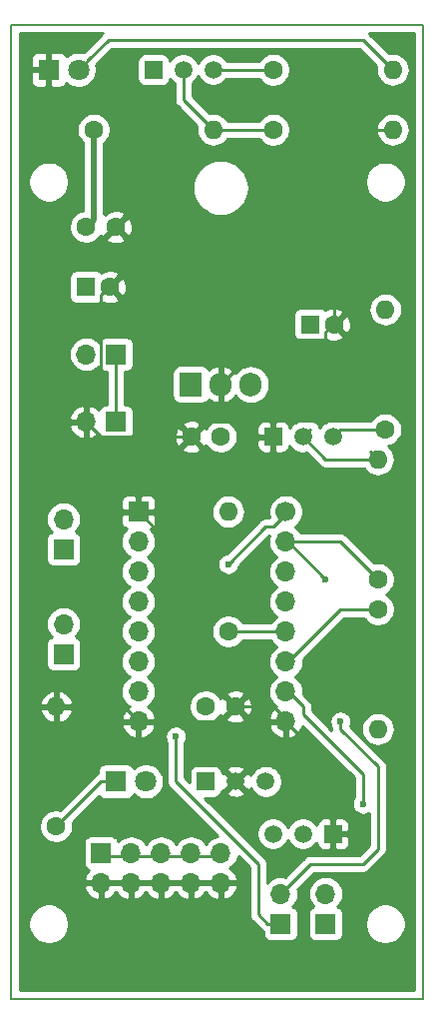
<source format=gbl>
G04 #@! TF.GenerationSoftware,KiCad,Pcbnew,(5.1.4)-1*
G04 #@! TF.CreationDate,2021-01-28T08:03:07-07:00*
G04 #@! TF.ProjectId,robot,726f626f-742e-46b6-9963-61645f706362,rev?*
G04 #@! TF.SameCoordinates,Original*
G04 #@! TF.FileFunction,Copper,L2,Bot*
G04 #@! TF.FilePolarity,Positive*
%FSLAX46Y46*%
G04 Gerber Fmt 4.6, Leading zero omitted, Abs format (unit mm)*
G04 Created by KiCad (PCBNEW (5.1.4)-1) date 2021-01-28 08:03:07*
%MOMM*%
%LPD*%
G04 APERTURE LIST*
%ADD10C,0.150000*%
%ADD11O,1.700000X1.700000*%
%ADD12R,1.700000X1.700000*%
%ADD13C,1.700000*%
%ADD14O,1.905000X2.000000*%
%ADD15R,1.905000X2.000000*%
%ADD16C,1.800000*%
%ADD17R,1.800000X1.800000*%
%ADD18C,1.600000*%
%ADD19R,1.600000X1.600000*%
%ADD20O,1.600000X1.600000*%
%ADD21R,1.500000X1.500000*%
%ADD22C,1.500000*%
%ADD23C,0.600000*%
%ADD24C,0.250000*%
%ADD25C,0.550000*%
%ADD26C,0.254000*%
G04 APERTURE END LIST*
D10*
X95885000Y-93980000D02*
X95885000Y-101600000D01*
X130810000Y-93980000D02*
X130810000Y-101600000D01*
X95885000Y-19050000D02*
X130810000Y-19050000D01*
X130810000Y-93980000D02*
X130810000Y-77470000D01*
X95885000Y-101600000D02*
X130810000Y-101600000D01*
X95885000Y-77470000D02*
X95885000Y-93980000D01*
X95885000Y-19050000D02*
X95885000Y-77470000D01*
X130810000Y-19050000D02*
X130810000Y-77470000D01*
D11*
X106680000Y-78105000D03*
X106680000Y-75565000D03*
X106680000Y-73025000D03*
X106680000Y-70485000D03*
X106680000Y-67945000D03*
X106680000Y-65405000D03*
X106680000Y-62865000D03*
D12*
X106680000Y-60325000D03*
D13*
X119180000Y-60325000D03*
D11*
X119180000Y-62865000D03*
X119180000Y-65405000D03*
X119180000Y-67945000D03*
X119180000Y-70485000D03*
X119180000Y-73025000D03*
X119180000Y-75565000D03*
X119180000Y-78105000D03*
D14*
X116205000Y-49530000D03*
X113665000Y-49530000D03*
D15*
X111125000Y-49530000D03*
D11*
X102235000Y-52705000D03*
D12*
X104775000Y-52705000D03*
X104775000Y-46990000D03*
D11*
X102235000Y-46990000D03*
X113665000Y-91790000D03*
X113665000Y-89250000D03*
X111125000Y-91790000D03*
X111125000Y-89250000D03*
X108585000Y-91790000D03*
X108585000Y-89250000D03*
X106045000Y-91790000D03*
X106045000Y-89250000D03*
X103505000Y-91790000D03*
D12*
X103505000Y-89250000D03*
D11*
X118745000Y-92710000D03*
D12*
X118745000Y-95250000D03*
D11*
X122555000Y-92710000D03*
D12*
X122555000Y-95250000D03*
D11*
X100330000Y-69850000D03*
D12*
X100330000Y-72390000D03*
X100330000Y-63500000D03*
D11*
X100330000Y-60960000D03*
D16*
X107315000Y-83185000D03*
D17*
X104775000Y-83185000D03*
D18*
X123285000Y-44450000D03*
D19*
X121285000Y-44450000D03*
D18*
X104735000Y-36195000D03*
X102235000Y-36195000D03*
X114895000Y-76835000D03*
X112395000Y-76835000D03*
X111165000Y-53975000D03*
X113665000Y-53975000D03*
X104235000Y-41275000D03*
D19*
X102235000Y-41275000D03*
D20*
X127000000Y-55880000D03*
D18*
X127000000Y-66040000D03*
D20*
X127000000Y-78740000D03*
D18*
X127000000Y-68580000D03*
D20*
X127635000Y-43180000D03*
D18*
X127635000Y-53340000D03*
D20*
X114300000Y-60325000D03*
D18*
X114300000Y-70485000D03*
D20*
X113030000Y-27940000D03*
D18*
X102870000Y-27940000D03*
D20*
X99695000Y-76835000D03*
D18*
X99695000Y-86995000D03*
D21*
X107950000Y-22860000D03*
D22*
X113030000Y-22860000D03*
X110490000Y-22860000D03*
D20*
X128270000Y-22860000D03*
D18*
X118110000Y-22860000D03*
X118110000Y-27940000D03*
D20*
X128270000Y-27940000D03*
D16*
X101600000Y-22860000D03*
D17*
X99060000Y-22860000D03*
D21*
X112395000Y-83185000D03*
D22*
X117475000Y-83185000D03*
X114935000Y-83185000D03*
D21*
X118110000Y-53975000D03*
D22*
X123190000Y-53975000D03*
X120650000Y-53975000D03*
D21*
X123190000Y-87630000D03*
D22*
X118110000Y-87630000D03*
X120650000Y-87630000D03*
D23*
X109855000Y-64770000D03*
X125730000Y-85090000D03*
X114300000Y-64770000D03*
X109855000Y-79375000D03*
X122555000Y-66040000D03*
X123825000Y-78105000D03*
D24*
X102499999Y-21960001D02*
X101600000Y-22860000D01*
X104140000Y-20320000D02*
X102499999Y-21960001D01*
X125730000Y-20320000D02*
X104140000Y-20320000D01*
X128270000Y-22860000D02*
X125730000Y-20320000D01*
X113030000Y-22860000D02*
X118110000Y-22860000D01*
X113030000Y-27940000D02*
X118110000Y-27940000D01*
X110490000Y-25400000D02*
X113030000Y-27940000D01*
X110490000Y-22860000D02*
X110490000Y-25400000D01*
X113665000Y-49530000D02*
X117475000Y-45720000D01*
X117475000Y-45720000D02*
X122555000Y-45720000D01*
X122555000Y-45720000D02*
X122555000Y-45085000D01*
X122555000Y-45085000D02*
X123190000Y-44450000D01*
X123190000Y-44450000D02*
X123285000Y-44450000D01*
X119180000Y-78105000D02*
X119380000Y-78105000D01*
X102235000Y-52705000D02*
X102235000Y-49530000D01*
X102235000Y-49530000D02*
X103505000Y-48260000D01*
X103505000Y-48260000D02*
X103505000Y-41910000D01*
X103505000Y-41910000D02*
X104140000Y-41275000D01*
X104140000Y-41275000D02*
X104235000Y-41275000D01*
X109855000Y-64770000D02*
X109855000Y-63500000D01*
X109855000Y-63500000D02*
X106680000Y-60325000D01*
X111165000Y-53975000D02*
X103505000Y-53975000D01*
X103505000Y-53975000D02*
X102235000Y-52705000D01*
X114895000Y-76835000D02*
X114935000Y-76835000D01*
X114935000Y-76835000D02*
X113665000Y-78105000D01*
X113665000Y-78105000D02*
X106680000Y-78105000D01*
X106680000Y-78105000D02*
X105410000Y-76835000D01*
X105410000Y-76835000D02*
X99695000Y-76835000D01*
X119180000Y-78105000D02*
X119380000Y-78105000D01*
X119380000Y-78105000D02*
X118110000Y-76835000D01*
X118110000Y-76835000D02*
X114895000Y-76835000D01*
X111165000Y-53975000D02*
X111125000Y-53975000D01*
X111125000Y-53975000D02*
X112395000Y-52705000D01*
X112395000Y-52705000D02*
X114935000Y-52705000D01*
X114935000Y-52705000D02*
X116205000Y-53975000D01*
X116205000Y-53975000D02*
X118110000Y-53975000D01*
X111125000Y-89535000D02*
X108585000Y-89535000D01*
X108585000Y-89535000D02*
X106045000Y-89535000D01*
X106045000Y-89535000D02*
X103505000Y-89535000D01*
X113665000Y-89535000D02*
X111125000Y-89535000D01*
X119380000Y-78105000D02*
X119380000Y-78740000D01*
X123190000Y-82115000D02*
X123190000Y-87630000D01*
X119180000Y-78105000D02*
X123190000Y-82115000D01*
X123285000Y-44450000D02*
X123285000Y-32925000D01*
X128270000Y-27940000D02*
X125730000Y-27940000D01*
X123285000Y-30385000D02*
X123285000Y-32925000D01*
X125730000Y-27940000D02*
X123285000Y-30385000D01*
X99695000Y-86995000D02*
X103505000Y-83185000D01*
X103505000Y-83185000D02*
X104775000Y-83185000D01*
X119180000Y-75565000D02*
X119380000Y-75565000D01*
X119380000Y-75565000D02*
X120650000Y-76835000D01*
X120650000Y-76835000D02*
X120650000Y-77470000D01*
X120650000Y-77470000D02*
X125730000Y-82550000D01*
X125730000Y-82550000D02*
X125730000Y-85090000D01*
X119180000Y-73025000D02*
X119380000Y-73025000D01*
X119380000Y-73025000D02*
X123825000Y-68580000D01*
X123825000Y-68580000D02*
X127000000Y-68580000D01*
X119180000Y-60325000D02*
X119380000Y-60325000D01*
X119380000Y-60325000D02*
X118110000Y-61595000D01*
X118110000Y-61595000D02*
X117475000Y-61595000D01*
X117475000Y-61595000D02*
X114300000Y-64770000D01*
X116840000Y-94445000D02*
X117645000Y-95250000D01*
X117645000Y-95250000D02*
X118745000Y-95250000D01*
X116840000Y-90170000D02*
X116840000Y-94445000D01*
X109855000Y-83185000D02*
X116840000Y-90170000D01*
X109855000Y-79375000D02*
X109855000Y-83185000D01*
X119180000Y-62865000D02*
X119380000Y-62865000D01*
X119380000Y-62865000D02*
X122555000Y-66040000D01*
X127000000Y-66040000D02*
X123825000Y-62865000D01*
X123825000Y-62865000D02*
X119180000Y-62865000D01*
X123825000Y-78740000D02*
X123825000Y-78105000D01*
X120015000Y-91440000D02*
X121285000Y-90170000D01*
X121285000Y-90170000D02*
X125730000Y-90170000D01*
X125730000Y-90170000D02*
X127000000Y-88900000D01*
X127000000Y-88900000D02*
X127000000Y-81915000D01*
X127000000Y-81915000D02*
X123825000Y-78740000D01*
X120015000Y-91440000D02*
X118745000Y-92710000D01*
X119180000Y-70485000D02*
X114300000Y-70485000D01*
X123825000Y-53340000D02*
X123190000Y-53975000D01*
X127635000Y-53340000D02*
X123825000Y-53340000D01*
X120650000Y-53975000D02*
X121285000Y-53340000D01*
X127000000Y-55880000D02*
X126365000Y-55245000D01*
X122555000Y-55880000D02*
X120650000Y-53975000D01*
X127000000Y-55880000D02*
X122555000Y-55880000D01*
D25*
X102870000Y-35560000D02*
X102235000Y-36195000D01*
X102870000Y-27940000D02*
X102870000Y-35560000D01*
D24*
X104775000Y-52705000D02*
X104775000Y-46990000D01*
D26*
G36*
X103599999Y-19779999D02*
G01*
X103576201Y-19808997D01*
X102008930Y-21376269D01*
X101751184Y-21325000D01*
X101448816Y-21325000D01*
X101152257Y-21383989D01*
X100872905Y-21499701D01*
X100621495Y-21667688D01*
X100555056Y-21734127D01*
X100549502Y-21715820D01*
X100490537Y-21605506D01*
X100411185Y-21508815D01*
X100314494Y-21429463D01*
X100204180Y-21370498D01*
X100084482Y-21334188D01*
X99960000Y-21321928D01*
X99345750Y-21325000D01*
X99187000Y-21483750D01*
X99187000Y-22733000D01*
X99207000Y-22733000D01*
X99207000Y-22987000D01*
X99187000Y-22987000D01*
X99187000Y-24236250D01*
X99345750Y-24395000D01*
X99960000Y-24398072D01*
X100084482Y-24385812D01*
X100204180Y-24349502D01*
X100314494Y-24290537D01*
X100411185Y-24211185D01*
X100490537Y-24114494D01*
X100549502Y-24004180D01*
X100555056Y-23985873D01*
X100621495Y-24052312D01*
X100872905Y-24220299D01*
X101152257Y-24336011D01*
X101448816Y-24395000D01*
X101751184Y-24395000D01*
X102047743Y-24336011D01*
X102327095Y-24220299D01*
X102578505Y-24052312D01*
X102792312Y-23838505D01*
X102960299Y-23587095D01*
X103076011Y-23307743D01*
X103135000Y-23011184D01*
X103135000Y-22708816D01*
X103083731Y-22451070D01*
X103424801Y-22110000D01*
X106561928Y-22110000D01*
X106561928Y-23610000D01*
X106574188Y-23734482D01*
X106610498Y-23854180D01*
X106669463Y-23964494D01*
X106748815Y-24061185D01*
X106845506Y-24140537D01*
X106955820Y-24199502D01*
X107075518Y-24235812D01*
X107200000Y-24248072D01*
X108700000Y-24248072D01*
X108824482Y-24235812D01*
X108944180Y-24199502D01*
X109054494Y-24140537D01*
X109151185Y-24061185D01*
X109230537Y-23964494D01*
X109289502Y-23854180D01*
X109325812Y-23734482D01*
X109336445Y-23626517D01*
X109414201Y-23742886D01*
X109607114Y-23935799D01*
X109730000Y-24017909D01*
X109730001Y-25362668D01*
X109726324Y-25400000D01*
X109740998Y-25548985D01*
X109784454Y-25692246D01*
X109855026Y-25824276D01*
X109926201Y-25911002D01*
X109950000Y-25940001D01*
X109978998Y-25963799D01*
X111629292Y-27614094D01*
X111615764Y-27658691D01*
X111588057Y-27940000D01*
X111615764Y-28221309D01*
X111697818Y-28491808D01*
X111831068Y-28741101D01*
X112010392Y-28959608D01*
X112228899Y-29138932D01*
X112478192Y-29272182D01*
X112748691Y-29354236D01*
X112959508Y-29375000D01*
X113100492Y-29375000D01*
X113311309Y-29354236D01*
X113581808Y-29272182D01*
X113831101Y-29138932D01*
X114049608Y-28959608D01*
X114228932Y-28741101D01*
X114250901Y-28700000D01*
X116891957Y-28700000D01*
X116995363Y-28854759D01*
X117195241Y-29054637D01*
X117430273Y-29211680D01*
X117691426Y-29319853D01*
X117968665Y-29375000D01*
X118251335Y-29375000D01*
X118528574Y-29319853D01*
X118789727Y-29211680D01*
X119024759Y-29054637D01*
X119224637Y-28854759D01*
X119381680Y-28619727D01*
X119489853Y-28358574D01*
X119545000Y-28081335D01*
X119545000Y-27940000D01*
X126828057Y-27940000D01*
X126855764Y-28221309D01*
X126937818Y-28491808D01*
X127071068Y-28741101D01*
X127250392Y-28959608D01*
X127468899Y-29138932D01*
X127718192Y-29272182D01*
X127988691Y-29354236D01*
X128199508Y-29375000D01*
X128340492Y-29375000D01*
X128551309Y-29354236D01*
X128821808Y-29272182D01*
X129071101Y-29138932D01*
X129289608Y-28959608D01*
X129468932Y-28741101D01*
X129602182Y-28491808D01*
X129684236Y-28221309D01*
X129711943Y-27940000D01*
X129684236Y-27658691D01*
X129602182Y-27388192D01*
X129468932Y-27138899D01*
X129289608Y-26920392D01*
X129071101Y-26741068D01*
X128821808Y-26607818D01*
X128551309Y-26525764D01*
X128340492Y-26505000D01*
X128199508Y-26505000D01*
X127988691Y-26525764D01*
X127718192Y-26607818D01*
X127468899Y-26741068D01*
X127250392Y-26920392D01*
X127071068Y-27138899D01*
X126937818Y-27388192D01*
X126855764Y-27658691D01*
X126828057Y-27940000D01*
X119545000Y-27940000D01*
X119545000Y-27798665D01*
X119489853Y-27521426D01*
X119381680Y-27260273D01*
X119224637Y-27025241D01*
X119024759Y-26825363D01*
X118789727Y-26668320D01*
X118528574Y-26560147D01*
X118251335Y-26505000D01*
X117968665Y-26505000D01*
X117691426Y-26560147D01*
X117430273Y-26668320D01*
X117195241Y-26825363D01*
X116995363Y-27025241D01*
X116891957Y-27180000D01*
X114250901Y-27180000D01*
X114228932Y-27138899D01*
X114049608Y-26920392D01*
X113831101Y-26741068D01*
X113581808Y-26607818D01*
X113311309Y-26525764D01*
X113100492Y-26505000D01*
X112959508Y-26505000D01*
X112748691Y-26525764D01*
X112704094Y-26539292D01*
X111250000Y-25085199D01*
X111250000Y-24017909D01*
X111372886Y-23935799D01*
X111565799Y-23742886D01*
X111717371Y-23516043D01*
X111760000Y-23413127D01*
X111802629Y-23516043D01*
X111954201Y-23742886D01*
X112147114Y-23935799D01*
X112373957Y-24087371D01*
X112626011Y-24191775D01*
X112893589Y-24245000D01*
X113166411Y-24245000D01*
X113433989Y-24191775D01*
X113686043Y-24087371D01*
X113912886Y-23935799D01*
X114105799Y-23742886D01*
X114187909Y-23620000D01*
X116891957Y-23620000D01*
X116995363Y-23774759D01*
X117195241Y-23974637D01*
X117430273Y-24131680D01*
X117691426Y-24239853D01*
X117968665Y-24295000D01*
X118251335Y-24295000D01*
X118528574Y-24239853D01*
X118789727Y-24131680D01*
X119024759Y-23974637D01*
X119224637Y-23774759D01*
X119381680Y-23539727D01*
X119489853Y-23278574D01*
X119545000Y-23001335D01*
X119545000Y-22718665D01*
X119489853Y-22441426D01*
X119381680Y-22180273D01*
X119224637Y-21945241D01*
X119024759Y-21745363D01*
X118789727Y-21588320D01*
X118528574Y-21480147D01*
X118251335Y-21425000D01*
X117968665Y-21425000D01*
X117691426Y-21480147D01*
X117430273Y-21588320D01*
X117195241Y-21745363D01*
X116995363Y-21945241D01*
X116891957Y-22100000D01*
X114187909Y-22100000D01*
X114105799Y-21977114D01*
X113912886Y-21784201D01*
X113686043Y-21632629D01*
X113433989Y-21528225D01*
X113166411Y-21475000D01*
X112893589Y-21475000D01*
X112626011Y-21528225D01*
X112373957Y-21632629D01*
X112147114Y-21784201D01*
X111954201Y-21977114D01*
X111802629Y-22203957D01*
X111760000Y-22306873D01*
X111717371Y-22203957D01*
X111565799Y-21977114D01*
X111372886Y-21784201D01*
X111146043Y-21632629D01*
X110893989Y-21528225D01*
X110626411Y-21475000D01*
X110353589Y-21475000D01*
X110086011Y-21528225D01*
X109833957Y-21632629D01*
X109607114Y-21784201D01*
X109414201Y-21977114D01*
X109336445Y-22093483D01*
X109325812Y-21985518D01*
X109289502Y-21865820D01*
X109230537Y-21755506D01*
X109151185Y-21658815D01*
X109054494Y-21579463D01*
X108944180Y-21520498D01*
X108824482Y-21484188D01*
X108700000Y-21471928D01*
X107200000Y-21471928D01*
X107075518Y-21484188D01*
X106955820Y-21520498D01*
X106845506Y-21579463D01*
X106748815Y-21658815D01*
X106669463Y-21755506D01*
X106610498Y-21865820D01*
X106574188Y-21985518D01*
X106561928Y-22110000D01*
X103424801Y-22110000D01*
X104454802Y-21080000D01*
X125415199Y-21080000D01*
X126869292Y-22534094D01*
X126855764Y-22578691D01*
X126828057Y-22860000D01*
X126855764Y-23141309D01*
X126937818Y-23411808D01*
X127071068Y-23661101D01*
X127250392Y-23879608D01*
X127468899Y-24058932D01*
X127718192Y-24192182D01*
X127988691Y-24274236D01*
X128199508Y-24295000D01*
X128340492Y-24295000D01*
X128551309Y-24274236D01*
X128821808Y-24192182D01*
X129071101Y-24058932D01*
X129289608Y-23879608D01*
X129468932Y-23661101D01*
X129602182Y-23411808D01*
X129684236Y-23141309D01*
X129711943Y-22860000D01*
X129684236Y-22578691D01*
X129602182Y-22308192D01*
X129468932Y-22058899D01*
X129289608Y-21840392D01*
X129071101Y-21661068D01*
X128821808Y-21527818D01*
X128551309Y-21445764D01*
X128340492Y-21425000D01*
X128199508Y-21425000D01*
X127988691Y-21445764D01*
X127944094Y-21459292D01*
X126293804Y-19809003D01*
X126270001Y-19779999D01*
X126245632Y-19760000D01*
X130100000Y-19760000D01*
X130100001Y-77435123D01*
X130100000Y-93945123D01*
X130100000Y-93945124D01*
X130100001Y-100890000D01*
X96595000Y-100890000D01*
X96595000Y-95079117D01*
X97325000Y-95079117D01*
X97325000Y-95420883D01*
X97391675Y-95756081D01*
X97522463Y-96071831D01*
X97712337Y-96355998D01*
X97954002Y-96597663D01*
X98238169Y-96787537D01*
X98553919Y-96918325D01*
X98889117Y-96985000D01*
X99230883Y-96985000D01*
X99566081Y-96918325D01*
X99881831Y-96787537D01*
X100165998Y-96597663D01*
X100407663Y-96355998D01*
X100597537Y-96071831D01*
X100728325Y-95756081D01*
X100795000Y-95420883D01*
X100795000Y-95079117D01*
X100728325Y-94743919D01*
X100597537Y-94428169D01*
X100407663Y-94144002D01*
X100165998Y-93902337D01*
X99881831Y-93712463D01*
X99566081Y-93581675D01*
X99230883Y-93515000D01*
X98889117Y-93515000D01*
X98553919Y-93581675D01*
X98238169Y-93712463D01*
X97954002Y-93902337D01*
X97712337Y-94144002D01*
X97522463Y-94428169D01*
X97391675Y-94743919D01*
X97325000Y-95079117D01*
X96595000Y-95079117D01*
X96595000Y-92146891D01*
X102063519Y-92146891D01*
X102160843Y-92421252D01*
X102309822Y-92671355D01*
X102504731Y-92887588D01*
X102738080Y-93061641D01*
X103000901Y-93186825D01*
X103148110Y-93231476D01*
X103378000Y-93110155D01*
X103378000Y-91917000D01*
X103632000Y-91917000D01*
X103632000Y-93110155D01*
X103861890Y-93231476D01*
X104009099Y-93186825D01*
X104271920Y-93061641D01*
X104505269Y-92887588D01*
X104700178Y-92671355D01*
X104775000Y-92545745D01*
X104849822Y-92671355D01*
X105044731Y-92887588D01*
X105278080Y-93061641D01*
X105540901Y-93186825D01*
X105688110Y-93231476D01*
X105918000Y-93110155D01*
X105918000Y-91917000D01*
X106172000Y-91917000D01*
X106172000Y-93110155D01*
X106401890Y-93231476D01*
X106549099Y-93186825D01*
X106811920Y-93061641D01*
X107045269Y-92887588D01*
X107240178Y-92671355D01*
X107315000Y-92545745D01*
X107389822Y-92671355D01*
X107584731Y-92887588D01*
X107818080Y-93061641D01*
X108080901Y-93186825D01*
X108228110Y-93231476D01*
X108458000Y-93110155D01*
X108458000Y-91917000D01*
X108712000Y-91917000D01*
X108712000Y-93110155D01*
X108941890Y-93231476D01*
X109089099Y-93186825D01*
X109351920Y-93061641D01*
X109585269Y-92887588D01*
X109780178Y-92671355D01*
X109855000Y-92545745D01*
X109929822Y-92671355D01*
X110124731Y-92887588D01*
X110358080Y-93061641D01*
X110620901Y-93186825D01*
X110768110Y-93231476D01*
X110998000Y-93110155D01*
X110998000Y-91917000D01*
X111252000Y-91917000D01*
X111252000Y-93110155D01*
X111481890Y-93231476D01*
X111629099Y-93186825D01*
X111891920Y-93061641D01*
X112125269Y-92887588D01*
X112320178Y-92671355D01*
X112395000Y-92545745D01*
X112469822Y-92671355D01*
X112664731Y-92887588D01*
X112898080Y-93061641D01*
X113160901Y-93186825D01*
X113308110Y-93231476D01*
X113538000Y-93110155D01*
X113538000Y-91917000D01*
X113792000Y-91917000D01*
X113792000Y-93110155D01*
X114021890Y-93231476D01*
X114169099Y-93186825D01*
X114431920Y-93061641D01*
X114665269Y-92887588D01*
X114860178Y-92671355D01*
X115009157Y-92421252D01*
X115106481Y-92146891D01*
X114985814Y-91917000D01*
X113792000Y-91917000D01*
X113538000Y-91917000D01*
X111252000Y-91917000D01*
X110998000Y-91917000D01*
X108712000Y-91917000D01*
X108458000Y-91917000D01*
X106172000Y-91917000D01*
X105918000Y-91917000D01*
X103632000Y-91917000D01*
X103378000Y-91917000D01*
X102184186Y-91917000D01*
X102063519Y-92146891D01*
X96595000Y-92146891D01*
X96595000Y-86853665D01*
X98260000Y-86853665D01*
X98260000Y-87136335D01*
X98315147Y-87413574D01*
X98423320Y-87674727D01*
X98580363Y-87909759D01*
X98780241Y-88109637D01*
X99015273Y-88266680D01*
X99276426Y-88374853D01*
X99553665Y-88430000D01*
X99836335Y-88430000D01*
X99987153Y-88400000D01*
X102016928Y-88400000D01*
X102016928Y-90100000D01*
X102029188Y-90224482D01*
X102065498Y-90344180D01*
X102124463Y-90454494D01*
X102203815Y-90551185D01*
X102300506Y-90630537D01*
X102410820Y-90689502D01*
X102486626Y-90712498D01*
X102309822Y-90908645D01*
X102160843Y-91158748D01*
X102063519Y-91433109D01*
X102184186Y-91663000D01*
X103378000Y-91663000D01*
X103378000Y-91643000D01*
X103632000Y-91643000D01*
X103632000Y-91663000D01*
X105918000Y-91663000D01*
X105918000Y-91643000D01*
X106172000Y-91643000D01*
X106172000Y-91663000D01*
X108458000Y-91663000D01*
X108458000Y-91643000D01*
X108712000Y-91643000D01*
X108712000Y-91663000D01*
X110998000Y-91663000D01*
X110998000Y-91643000D01*
X111252000Y-91643000D01*
X111252000Y-91663000D01*
X113538000Y-91663000D01*
X113538000Y-91643000D01*
X113792000Y-91643000D01*
X113792000Y-91663000D01*
X114985814Y-91663000D01*
X115106481Y-91433109D01*
X115009157Y-91158748D01*
X114860178Y-90908645D01*
X114665269Y-90692412D01*
X114436244Y-90521584D01*
X114494014Y-90490706D01*
X114720134Y-90305134D01*
X114905706Y-90079014D01*
X115043599Y-89821034D01*
X115128513Y-89541111D01*
X115129212Y-89534014D01*
X116080000Y-90484802D01*
X116080001Y-94407668D01*
X116076324Y-94445000D01*
X116080001Y-94482333D01*
X116086120Y-94544454D01*
X116090998Y-94593985D01*
X116134454Y-94737246D01*
X116205026Y-94869276D01*
X116276201Y-94956002D01*
X116300000Y-94985001D01*
X116328998Y-95008799D01*
X117081201Y-95761002D01*
X117104999Y-95790001D01*
X117133997Y-95813799D01*
X117220723Y-95884974D01*
X117256928Y-95904326D01*
X117256928Y-96100000D01*
X117269188Y-96224482D01*
X117305498Y-96344180D01*
X117364463Y-96454494D01*
X117443815Y-96551185D01*
X117540506Y-96630537D01*
X117650820Y-96689502D01*
X117770518Y-96725812D01*
X117895000Y-96738072D01*
X119595000Y-96738072D01*
X119719482Y-96725812D01*
X119839180Y-96689502D01*
X119949494Y-96630537D01*
X120046185Y-96551185D01*
X120125537Y-96454494D01*
X120184502Y-96344180D01*
X120220812Y-96224482D01*
X120233072Y-96100000D01*
X120233072Y-94400000D01*
X120220812Y-94275518D01*
X120184502Y-94155820D01*
X120125537Y-94045506D01*
X120046185Y-93948815D01*
X119949494Y-93869463D01*
X119839180Y-93810498D01*
X119770313Y-93789607D01*
X119800134Y-93765134D01*
X119985706Y-93539014D01*
X120123599Y-93281034D01*
X120208513Y-93001111D01*
X120237185Y-92710000D01*
X121062815Y-92710000D01*
X121091487Y-93001111D01*
X121176401Y-93281034D01*
X121314294Y-93539014D01*
X121499866Y-93765134D01*
X121529687Y-93789607D01*
X121460820Y-93810498D01*
X121350506Y-93869463D01*
X121253815Y-93948815D01*
X121174463Y-94045506D01*
X121115498Y-94155820D01*
X121079188Y-94275518D01*
X121066928Y-94400000D01*
X121066928Y-96100000D01*
X121079188Y-96224482D01*
X121115498Y-96344180D01*
X121174463Y-96454494D01*
X121253815Y-96551185D01*
X121350506Y-96630537D01*
X121460820Y-96689502D01*
X121580518Y-96725812D01*
X121705000Y-96738072D01*
X123405000Y-96738072D01*
X123529482Y-96725812D01*
X123649180Y-96689502D01*
X123759494Y-96630537D01*
X123856185Y-96551185D01*
X123935537Y-96454494D01*
X123994502Y-96344180D01*
X124030812Y-96224482D01*
X124043072Y-96100000D01*
X124043072Y-95079117D01*
X125900000Y-95079117D01*
X125900000Y-95420883D01*
X125966675Y-95756081D01*
X126097463Y-96071831D01*
X126287337Y-96355998D01*
X126529002Y-96597663D01*
X126813169Y-96787537D01*
X127128919Y-96918325D01*
X127464117Y-96985000D01*
X127805883Y-96985000D01*
X128141081Y-96918325D01*
X128456831Y-96787537D01*
X128740998Y-96597663D01*
X128982663Y-96355998D01*
X129172537Y-96071831D01*
X129303325Y-95756081D01*
X129370000Y-95420883D01*
X129370000Y-95079117D01*
X129303325Y-94743919D01*
X129172537Y-94428169D01*
X128982663Y-94144002D01*
X128740998Y-93902337D01*
X128456831Y-93712463D01*
X128141081Y-93581675D01*
X127805883Y-93515000D01*
X127464117Y-93515000D01*
X127128919Y-93581675D01*
X126813169Y-93712463D01*
X126529002Y-93902337D01*
X126287337Y-94144002D01*
X126097463Y-94428169D01*
X125966675Y-94743919D01*
X125900000Y-95079117D01*
X124043072Y-95079117D01*
X124043072Y-94400000D01*
X124030812Y-94275518D01*
X123994502Y-94155820D01*
X123935537Y-94045506D01*
X123856185Y-93948815D01*
X123759494Y-93869463D01*
X123649180Y-93810498D01*
X123580313Y-93789607D01*
X123610134Y-93765134D01*
X123795706Y-93539014D01*
X123933599Y-93281034D01*
X124018513Y-93001111D01*
X124047185Y-92710000D01*
X124018513Y-92418889D01*
X123933599Y-92138966D01*
X123795706Y-91880986D01*
X123610134Y-91654866D01*
X123384014Y-91469294D01*
X123126034Y-91331401D01*
X122846111Y-91246487D01*
X122627950Y-91225000D01*
X122482050Y-91225000D01*
X122263889Y-91246487D01*
X121983966Y-91331401D01*
X121725986Y-91469294D01*
X121499866Y-91654866D01*
X121314294Y-91880986D01*
X121176401Y-92138966D01*
X121091487Y-92418889D01*
X121062815Y-92710000D01*
X120237185Y-92710000D01*
X120208513Y-92418889D01*
X120185797Y-92344005D01*
X120578799Y-91951003D01*
X120578803Y-91950998D01*
X121599802Y-90930000D01*
X125692678Y-90930000D01*
X125730000Y-90933676D01*
X125767322Y-90930000D01*
X125767333Y-90930000D01*
X125878986Y-90919003D01*
X126022247Y-90875546D01*
X126154276Y-90804974D01*
X126270001Y-90710001D01*
X126293804Y-90680997D01*
X127511004Y-89463798D01*
X127540001Y-89440001D01*
X127634974Y-89324276D01*
X127705546Y-89192247D01*
X127749003Y-89048986D01*
X127760000Y-88937333D01*
X127760000Y-88937324D01*
X127763676Y-88900001D01*
X127760000Y-88862678D01*
X127760000Y-81952322D01*
X127763676Y-81914999D01*
X127760000Y-81877676D01*
X127760000Y-81877667D01*
X127749003Y-81766014D01*
X127705546Y-81622753D01*
X127634974Y-81490723D01*
X127563799Y-81403997D01*
X127540001Y-81374999D01*
X127511003Y-81351201D01*
X124899802Y-78740000D01*
X125558057Y-78740000D01*
X125585764Y-79021309D01*
X125667818Y-79291808D01*
X125801068Y-79541101D01*
X125980392Y-79759608D01*
X126198899Y-79938932D01*
X126448192Y-80072182D01*
X126718691Y-80154236D01*
X126929508Y-80175000D01*
X127070492Y-80175000D01*
X127281309Y-80154236D01*
X127551808Y-80072182D01*
X127801101Y-79938932D01*
X128019608Y-79759608D01*
X128198932Y-79541101D01*
X128332182Y-79291808D01*
X128414236Y-79021309D01*
X128441943Y-78740000D01*
X128414236Y-78458691D01*
X128332182Y-78188192D01*
X128198932Y-77938899D01*
X128019608Y-77720392D01*
X127801101Y-77541068D01*
X127551808Y-77407818D01*
X127281309Y-77325764D01*
X127070492Y-77305000D01*
X126929508Y-77305000D01*
X126718691Y-77325764D01*
X126448192Y-77407818D01*
X126198899Y-77541068D01*
X125980392Y-77720392D01*
X125801068Y-77938899D01*
X125667818Y-78188192D01*
X125585764Y-78458691D01*
X125558057Y-78740000D01*
X124899802Y-78740000D01*
X124669433Y-78509632D01*
X124724068Y-78377729D01*
X124760000Y-78197089D01*
X124760000Y-78012911D01*
X124724068Y-77832271D01*
X124653586Y-77662111D01*
X124551262Y-77508972D01*
X124421028Y-77378738D01*
X124267889Y-77276414D01*
X124097729Y-77205932D01*
X123917089Y-77170000D01*
X123732911Y-77170000D01*
X123552271Y-77205932D01*
X123382111Y-77276414D01*
X123228972Y-77378738D01*
X123098738Y-77508972D01*
X122996414Y-77662111D01*
X122925932Y-77832271D01*
X122890000Y-78012911D01*
X122890000Y-78197089D01*
X122925932Y-78377729D01*
X122996414Y-78547889D01*
X123065000Y-78650535D01*
X123065000Y-78702678D01*
X123061324Y-78740000D01*
X123065000Y-78777322D01*
X123065000Y-78777332D01*
X123068591Y-78813789D01*
X121410000Y-77155199D01*
X121410000Y-76872322D01*
X121413676Y-76834999D01*
X121410000Y-76797676D01*
X121410000Y-76797667D01*
X121399003Y-76686014D01*
X121355546Y-76542753D01*
X121284974Y-76410724D01*
X121190001Y-76294999D01*
X121161004Y-76271202D01*
X120652694Y-75762893D01*
X120672185Y-75565000D01*
X120643513Y-75273889D01*
X120558599Y-74993966D01*
X120420706Y-74735986D01*
X120235134Y-74509866D01*
X120009014Y-74324294D01*
X119954209Y-74295000D01*
X120009014Y-74265706D01*
X120235134Y-74080134D01*
X120420706Y-73854014D01*
X120558599Y-73596034D01*
X120643513Y-73316111D01*
X120672185Y-73025000D01*
X120652694Y-72827107D01*
X124139802Y-69340000D01*
X125781957Y-69340000D01*
X125885363Y-69494759D01*
X126085241Y-69694637D01*
X126320273Y-69851680D01*
X126581426Y-69959853D01*
X126858665Y-70015000D01*
X127141335Y-70015000D01*
X127418574Y-69959853D01*
X127679727Y-69851680D01*
X127914759Y-69694637D01*
X128114637Y-69494759D01*
X128271680Y-69259727D01*
X128379853Y-68998574D01*
X128435000Y-68721335D01*
X128435000Y-68438665D01*
X128379853Y-68161426D01*
X128271680Y-67900273D01*
X128114637Y-67665241D01*
X127914759Y-67465363D01*
X127682241Y-67310000D01*
X127914759Y-67154637D01*
X128114637Y-66954759D01*
X128271680Y-66719727D01*
X128379853Y-66458574D01*
X128435000Y-66181335D01*
X128435000Y-65898665D01*
X128379853Y-65621426D01*
X128271680Y-65360273D01*
X128114637Y-65125241D01*
X127914759Y-64925363D01*
X127679727Y-64768320D01*
X127418574Y-64660147D01*
X127141335Y-64605000D01*
X126858665Y-64605000D01*
X126676114Y-64641312D01*
X124388804Y-62354003D01*
X124365001Y-62324999D01*
X124249276Y-62230026D01*
X124117247Y-62159454D01*
X123973986Y-62115997D01*
X123862333Y-62105000D01*
X123862322Y-62105000D01*
X123825000Y-62101324D01*
X123787678Y-62105000D01*
X120457595Y-62105000D01*
X120420706Y-62035986D01*
X120235134Y-61809866D01*
X120009014Y-61624294D01*
X119953115Y-61594415D01*
X120126632Y-61478475D01*
X120333475Y-61271632D01*
X120495990Y-61028411D01*
X120607932Y-60758158D01*
X120665000Y-60471260D01*
X120665000Y-60178740D01*
X120607932Y-59891842D01*
X120495990Y-59621589D01*
X120333475Y-59378368D01*
X120126632Y-59171525D01*
X119883411Y-59009010D01*
X119613158Y-58897068D01*
X119326260Y-58840000D01*
X119033740Y-58840000D01*
X118746842Y-58897068D01*
X118476589Y-59009010D01*
X118233368Y-59171525D01*
X118026525Y-59378368D01*
X117864010Y-59621589D01*
X117752068Y-59891842D01*
X117695000Y-60178740D01*
X117695000Y-60471260D01*
X117752068Y-60758158D01*
X117783897Y-60835000D01*
X117512322Y-60835000D01*
X117474999Y-60831324D01*
X117437676Y-60835000D01*
X117437667Y-60835000D01*
X117326014Y-60845997D01*
X117182753Y-60889454D01*
X117050723Y-60960026D01*
X116967397Y-61028411D01*
X116934999Y-61054999D01*
X116911201Y-61083997D01*
X114148352Y-63846847D01*
X114027271Y-63870932D01*
X113857111Y-63941414D01*
X113703972Y-64043738D01*
X113573738Y-64173972D01*
X113471414Y-64327111D01*
X113400932Y-64497271D01*
X113365000Y-64677911D01*
X113365000Y-64862089D01*
X113400932Y-65042729D01*
X113471414Y-65212889D01*
X113573738Y-65366028D01*
X113703972Y-65496262D01*
X113857111Y-65598586D01*
X114027271Y-65669068D01*
X114207911Y-65705000D01*
X114392089Y-65705000D01*
X114572729Y-65669068D01*
X114742889Y-65598586D01*
X114896028Y-65496262D01*
X115026262Y-65366028D01*
X115128586Y-65212889D01*
X115199068Y-65042729D01*
X115223153Y-64921648D01*
X117779875Y-62364927D01*
X117716487Y-62573889D01*
X117687815Y-62865000D01*
X117716487Y-63156111D01*
X117801401Y-63436034D01*
X117939294Y-63694014D01*
X118124866Y-63920134D01*
X118350986Y-64105706D01*
X118405791Y-64135000D01*
X118350986Y-64164294D01*
X118124866Y-64349866D01*
X117939294Y-64575986D01*
X117801401Y-64833966D01*
X117716487Y-65113889D01*
X117687815Y-65405000D01*
X117716487Y-65696111D01*
X117801401Y-65976034D01*
X117939294Y-66234014D01*
X118124866Y-66460134D01*
X118350986Y-66645706D01*
X118405791Y-66675000D01*
X118350986Y-66704294D01*
X118124866Y-66889866D01*
X117939294Y-67115986D01*
X117801401Y-67373966D01*
X117716487Y-67653889D01*
X117687815Y-67945000D01*
X117716487Y-68236111D01*
X117801401Y-68516034D01*
X117939294Y-68774014D01*
X118124866Y-69000134D01*
X118350986Y-69185706D01*
X118405791Y-69215000D01*
X118350986Y-69244294D01*
X118124866Y-69429866D01*
X117939294Y-69655986D01*
X117902405Y-69725000D01*
X115518043Y-69725000D01*
X115414637Y-69570241D01*
X115214759Y-69370363D01*
X114979727Y-69213320D01*
X114718574Y-69105147D01*
X114441335Y-69050000D01*
X114158665Y-69050000D01*
X113881426Y-69105147D01*
X113620273Y-69213320D01*
X113385241Y-69370363D01*
X113185363Y-69570241D01*
X113028320Y-69805273D01*
X112920147Y-70066426D01*
X112865000Y-70343665D01*
X112865000Y-70626335D01*
X112920147Y-70903574D01*
X113028320Y-71164727D01*
X113185363Y-71399759D01*
X113385241Y-71599637D01*
X113620273Y-71756680D01*
X113881426Y-71864853D01*
X114158665Y-71920000D01*
X114441335Y-71920000D01*
X114718574Y-71864853D01*
X114979727Y-71756680D01*
X115214759Y-71599637D01*
X115414637Y-71399759D01*
X115518043Y-71245000D01*
X117902405Y-71245000D01*
X117939294Y-71314014D01*
X118124866Y-71540134D01*
X118350986Y-71725706D01*
X118405791Y-71755000D01*
X118350986Y-71784294D01*
X118124866Y-71969866D01*
X117939294Y-72195986D01*
X117801401Y-72453966D01*
X117716487Y-72733889D01*
X117687815Y-73025000D01*
X117716487Y-73316111D01*
X117801401Y-73596034D01*
X117939294Y-73854014D01*
X118124866Y-74080134D01*
X118350986Y-74265706D01*
X118405791Y-74295000D01*
X118350986Y-74324294D01*
X118124866Y-74509866D01*
X117939294Y-74735986D01*
X117801401Y-74993966D01*
X117716487Y-75273889D01*
X117687815Y-75565000D01*
X117716487Y-75856111D01*
X117801401Y-76136034D01*
X117939294Y-76394014D01*
X118124866Y-76620134D01*
X118350986Y-76805706D01*
X118415523Y-76840201D01*
X118298645Y-76909822D01*
X118082412Y-77104731D01*
X117908359Y-77338080D01*
X117783175Y-77600901D01*
X117738524Y-77748110D01*
X117859845Y-77978000D01*
X119053000Y-77978000D01*
X119053000Y-77958000D01*
X119307000Y-77958000D01*
X119307000Y-77978000D01*
X119327000Y-77978000D01*
X119327000Y-78232000D01*
X119307000Y-78232000D01*
X119307000Y-79425814D01*
X119536891Y-79546481D01*
X119811252Y-79449157D01*
X120061355Y-79300178D01*
X120277588Y-79105269D01*
X120451641Y-78871920D01*
X120576825Y-78609099D01*
X120608819Y-78503620D01*
X124970000Y-82864802D01*
X124970001Y-84544463D01*
X124901414Y-84647111D01*
X124830932Y-84817271D01*
X124795000Y-84997911D01*
X124795000Y-85182089D01*
X124830932Y-85362729D01*
X124901414Y-85532889D01*
X125003738Y-85686028D01*
X125133972Y-85816262D01*
X125287111Y-85918586D01*
X125457271Y-85989068D01*
X125637911Y-86025000D01*
X125822089Y-86025000D01*
X126002729Y-85989068D01*
X126172889Y-85918586D01*
X126240000Y-85873744D01*
X126240000Y-88585198D01*
X125415199Y-89410000D01*
X121322322Y-89410000D01*
X121284999Y-89406324D01*
X121247676Y-89410000D01*
X121247667Y-89410000D01*
X121136014Y-89420997D01*
X120992753Y-89464454D01*
X120860724Y-89535026D01*
X120744999Y-89629999D01*
X120721201Y-89658997D01*
X119504002Y-90876197D01*
X119503997Y-90876201D01*
X119110995Y-91269203D01*
X119036111Y-91246487D01*
X118817950Y-91225000D01*
X118672050Y-91225000D01*
X118453889Y-91246487D01*
X118173966Y-91331401D01*
X117915986Y-91469294D01*
X117689866Y-91654866D01*
X117600000Y-91764368D01*
X117600000Y-90207325D01*
X117603676Y-90170000D01*
X117600000Y-90132675D01*
X117600000Y-90132667D01*
X117589003Y-90021014D01*
X117545546Y-89877753D01*
X117474974Y-89745724D01*
X117380001Y-89629999D01*
X117351003Y-89606201D01*
X115238391Y-87493589D01*
X116725000Y-87493589D01*
X116725000Y-87766411D01*
X116778225Y-88033989D01*
X116882629Y-88286043D01*
X117034201Y-88512886D01*
X117227114Y-88705799D01*
X117453957Y-88857371D01*
X117706011Y-88961775D01*
X117973589Y-89015000D01*
X118246411Y-89015000D01*
X118513989Y-88961775D01*
X118766043Y-88857371D01*
X118992886Y-88705799D01*
X119185799Y-88512886D01*
X119337371Y-88286043D01*
X119380000Y-88183127D01*
X119422629Y-88286043D01*
X119574201Y-88512886D01*
X119767114Y-88705799D01*
X119993957Y-88857371D01*
X120246011Y-88961775D01*
X120513589Y-89015000D01*
X120786411Y-89015000D01*
X121053989Y-88961775D01*
X121306043Y-88857371D01*
X121532886Y-88705799D01*
X121725799Y-88512886D01*
X121803555Y-88396517D01*
X121814188Y-88504482D01*
X121850498Y-88624180D01*
X121909463Y-88734494D01*
X121988815Y-88831185D01*
X122085506Y-88910537D01*
X122195820Y-88969502D01*
X122315518Y-89005812D01*
X122440000Y-89018072D01*
X122904250Y-89015000D01*
X123063000Y-88856250D01*
X123063000Y-87757000D01*
X123317000Y-87757000D01*
X123317000Y-88856250D01*
X123475750Y-89015000D01*
X123940000Y-89018072D01*
X124064482Y-89005812D01*
X124184180Y-88969502D01*
X124294494Y-88910537D01*
X124391185Y-88831185D01*
X124470537Y-88734494D01*
X124529502Y-88624180D01*
X124565812Y-88504482D01*
X124578072Y-88380000D01*
X124575000Y-87915750D01*
X124416250Y-87757000D01*
X123317000Y-87757000D01*
X123063000Y-87757000D01*
X123043000Y-87757000D01*
X123043000Y-87503000D01*
X123063000Y-87503000D01*
X123063000Y-86403750D01*
X123317000Y-86403750D01*
X123317000Y-87503000D01*
X124416250Y-87503000D01*
X124575000Y-87344250D01*
X124578072Y-86880000D01*
X124565812Y-86755518D01*
X124529502Y-86635820D01*
X124470537Y-86525506D01*
X124391185Y-86428815D01*
X124294494Y-86349463D01*
X124184180Y-86290498D01*
X124064482Y-86254188D01*
X123940000Y-86241928D01*
X123475750Y-86245000D01*
X123317000Y-86403750D01*
X123063000Y-86403750D01*
X122904250Y-86245000D01*
X122440000Y-86241928D01*
X122315518Y-86254188D01*
X122195820Y-86290498D01*
X122085506Y-86349463D01*
X121988815Y-86428815D01*
X121909463Y-86525506D01*
X121850498Y-86635820D01*
X121814188Y-86755518D01*
X121803555Y-86863483D01*
X121725799Y-86747114D01*
X121532886Y-86554201D01*
X121306043Y-86402629D01*
X121053989Y-86298225D01*
X120786411Y-86245000D01*
X120513589Y-86245000D01*
X120246011Y-86298225D01*
X119993957Y-86402629D01*
X119767114Y-86554201D01*
X119574201Y-86747114D01*
X119422629Y-86973957D01*
X119380000Y-87076873D01*
X119337371Y-86973957D01*
X119185799Y-86747114D01*
X118992886Y-86554201D01*
X118766043Y-86402629D01*
X118513989Y-86298225D01*
X118246411Y-86245000D01*
X117973589Y-86245000D01*
X117706011Y-86298225D01*
X117453957Y-86402629D01*
X117227114Y-86554201D01*
X117034201Y-86747114D01*
X116882629Y-86973957D01*
X116778225Y-87226011D01*
X116725000Y-87493589D01*
X115238391Y-87493589D01*
X112317873Y-84573072D01*
X113145000Y-84573072D01*
X113269482Y-84560812D01*
X113389180Y-84524502D01*
X113499494Y-84465537D01*
X113596185Y-84386185D01*
X113675537Y-84289494D01*
X113734502Y-84179180D01*
X113745782Y-84141993D01*
X114157612Y-84141993D01*
X114223137Y-84380860D01*
X114470116Y-84496760D01*
X114734960Y-84562250D01*
X115007492Y-84574812D01*
X115277238Y-84533965D01*
X115533832Y-84441277D01*
X115646863Y-84380860D01*
X115712388Y-84141993D01*
X114935000Y-83364605D01*
X114157612Y-84141993D01*
X113745782Y-84141993D01*
X113770812Y-84059482D01*
X113783072Y-83935000D01*
X113783072Y-83908914D01*
X113978007Y-83962388D01*
X114755395Y-83185000D01*
X115114605Y-83185000D01*
X115891993Y-83962388D01*
X116130860Y-83896863D01*
X116205164Y-83738523D01*
X116247629Y-83841043D01*
X116399201Y-84067886D01*
X116592114Y-84260799D01*
X116818957Y-84412371D01*
X117071011Y-84516775D01*
X117338589Y-84570000D01*
X117611411Y-84570000D01*
X117878989Y-84516775D01*
X118131043Y-84412371D01*
X118357886Y-84260799D01*
X118550799Y-84067886D01*
X118702371Y-83841043D01*
X118806775Y-83588989D01*
X118860000Y-83321411D01*
X118860000Y-83048589D01*
X118806775Y-82781011D01*
X118702371Y-82528957D01*
X118550799Y-82302114D01*
X118357886Y-82109201D01*
X118131043Y-81957629D01*
X117878989Y-81853225D01*
X117611411Y-81800000D01*
X117338589Y-81800000D01*
X117071011Y-81853225D01*
X116818957Y-81957629D01*
X116592114Y-82109201D01*
X116399201Y-82302114D01*
X116247629Y-82528957D01*
X116206489Y-82628279D01*
X116191277Y-82586168D01*
X116130860Y-82473137D01*
X115891993Y-82407612D01*
X115114605Y-83185000D01*
X114755395Y-83185000D01*
X113978007Y-82407612D01*
X113783072Y-82461086D01*
X113783072Y-82435000D01*
X113770812Y-82310518D01*
X113745783Y-82228007D01*
X114157612Y-82228007D01*
X114935000Y-83005395D01*
X115712388Y-82228007D01*
X115646863Y-81989140D01*
X115399884Y-81873240D01*
X115135040Y-81807750D01*
X114862508Y-81795188D01*
X114592762Y-81836035D01*
X114336168Y-81928723D01*
X114223137Y-81989140D01*
X114157612Y-82228007D01*
X113745783Y-82228007D01*
X113734502Y-82190820D01*
X113675537Y-82080506D01*
X113596185Y-81983815D01*
X113499494Y-81904463D01*
X113389180Y-81845498D01*
X113269482Y-81809188D01*
X113145000Y-81796928D01*
X111645000Y-81796928D01*
X111520518Y-81809188D01*
X111400820Y-81845498D01*
X111290506Y-81904463D01*
X111193815Y-81983815D01*
X111114463Y-82080506D01*
X111055498Y-82190820D01*
X111019188Y-82310518D01*
X111006928Y-82435000D01*
X111006928Y-83262127D01*
X110615000Y-82870199D01*
X110615000Y-79920535D01*
X110683586Y-79817889D01*
X110754068Y-79647729D01*
X110790000Y-79467089D01*
X110790000Y-79282911D01*
X110754068Y-79102271D01*
X110683586Y-78932111D01*
X110581262Y-78778972D01*
X110451028Y-78648738D01*
X110297889Y-78546414D01*
X110127729Y-78475932D01*
X110057137Y-78461890D01*
X117738524Y-78461890D01*
X117783175Y-78609099D01*
X117908359Y-78871920D01*
X118082412Y-79105269D01*
X118298645Y-79300178D01*
X118548748Y-79449157D01*
X118823109Y-79546481D01*
X119053000Y-79425814D01*
X119053000Y-78232000D01*
X117859845Y-78232000D01*
X117738524Y-78461890D01*
X110057137Y-78461890D01*
X109947089Y-78440000D01*
X109762911Y-78440000D01*
X109582271Y-78475932D01*
X109412111Y-78546414D01*
X109258972Y-78648738D01*
X109128738Y-78778972D01*
X109026414Y-78932111D01*
X108955932Y-79102271D01*
X108920000Y-79282911D01*
X108920000Y-79467089D01*
X108955932Y-79647729D01*
X109026414Y-79817889D01*
X109095000Y-79920536D01*
X109095001Y-83147668D01*
X109091324Y-83185000D01*
X109095001Y-83222333D01*
X109104760Y-83321411D01*
X109105998Y-83333985D01*
X109149454Y-83477246D01*
X109220026Y-83609276D01*
X109253353Y-83649884D01*
X109315000Y-83725001D01*
X109343998Y-83748799D01*
X113380986Y-87785788D01*
X113373889Y-87786487D01*
X113093966Y-87871401D01*
X112835986Y-88009294D01*
X112609866Y-88194866D01*
X112424294Y-88420986D01*
X112395000Y-88475791D01*
X112365706Y-88420986D01*
X112180134Y-88194866D01*
X111954014Y-88009294D01*
X111696034Y-87871401D01*
X111416111Y-87786487D01*
X111197950Y-87765000D01*
X111052050Y-87765000D01*
X110833889Y-87786487D01*
X110553966Y-87871401D01*
X110295986Y-88009294D01*
X110069866Y-88194866D01*
X109884294Y-88420986D01*
X109855000Y-88475791D01*
X109825706Y-88420986D01*
X109640134Y-88194866D01*
X109414014Y-88009294D01*
X109156034Y-87871401D01*
X108876111Y-87786487D01*
X108657950Y-87765000D01*
X108512050Y-87765000D01*
X108293889Y-87786487D01*
X108013966Y-87871401D01*
X107755986Y-88009294D01*
X107529866Y-88194866D01*
X107344294Y-88420986D01*
X107315000Y-88475791D01*
X107285706Y-88420986D01*
X107100134Y-88194866D01*
X106874014Y-88009294D01*
X106616034Y-87871401D01*
X106336111Y-87786487D01*
X106117950Y-87765000D01*
X105972050Y-87765000D01*
X105753889Y-87786487D01*
X105473966Y-87871401D01*
X105215986Y-88009294D01*
X104989866Y-88194866D01*
X104965393Y-88224687D01*
X104944502Y-88155820D01*
X104885537Y-88045506D01*
X104806185Y-87948815D01*
X104709494Y-87869463D01*
X104599180Y-87810498D01*
X104479482Y-87774188D01*
X104355000Y-87761928D01*
X102655000Y-87761928D01*
X102530518Y-87774188D01*
X102410820Y-87810498D01*
X102300506Y-87869463D01*
X102203815Y-87948815D01*
X102124463Y-88045506D01*
X102065498Y-88155820D01*
X102029188Y-88275518D01*
X102016928Y-88400000D01*
X99987153Y-88400000D01*
X100113574Y-88374853D01*
X100374727Y-88266680D01*
X100609759Y-88109637D01*
X100809637Y-87909759D01*
X100966680Y-87674727D01*
X101074853Y-87413574D01*
X101130000Y-87136335D01*
X101130000Y-86853665D01*
X101093688Y-86671113D01*
X103337791Y-84427011D01*
X103344463Y-84439494D01*
X103423815Y-84536185D01*
X103520506Y-84615537D01*
X103630820Y-84674502D01*
X103750518Y-84710812D01*
X103875000Y-84723072D01*
X105675000Y-84723072D01*
X105799482Y-84710812D01*
X105919180Y-84674502D01*
X106029494Y-84615537D01*
X106126185Y-84536185D01*
X106205537Y-84439494D01*
X106264502Y-84329180D01*
X106270056Y-84310873D01*
X106336495Y-84377312D01*
X106587905Y-84545299D01*
X106867257Y-84661011D01*
X107163816Y-84720000D01*
X107466184Y-84720000D01*
X107762743Y-84661011D01*
X108042095Y-84545299D01*
X108293505Y-84377312D01*
X108507312Y-84163505D01*
X108675299Y-83912095D01*
X108791011Y-83632743D01*
X108850000Y-83336184D01*
X108850000Y-83033816D01*
X108791011Y-82737257D01*
X108675299Y-82457905D01*
X108507312Y-82206495D01*
X108293505Y-81992688D01*
X108042095Y-81824701D01*
X107762743Y-81708989D01*
X107466184Y-81650000D01*
X107163816Y-81650000D01*
X106867257Y-81708989D01*
X106587905Y-81824701D01*
X106336495Y-81992688D01*
X106270056Y-82059127D01*
X106264502Y-82040820D01*
X106205537Y-81930506D01*
X106126185Y-81833815D01*
X106029494Y-81754463D01*
X105919180Y-81695498D01*
X105799482Y-81659188D01*
X105675000Y-81646928D01*
X103875000Y-81646928D01*
X103750518Y-81659188D01*
X103630820Y-81695498D01*
X103520506Y-81754463D01*
X103423815Y-81833815D01*
X103344463Y-81930506D01*
X103285498Y-82040820D01*
X103249188Y-82160518D01*
X103236928Y-82285000D01*
X103236928Y-82472121D01*
X103212753Y-82479454D01*
X103080724Y-82550026D01*
X102964999Y-82644999D01*
X102941201Y-82673997D01*
X100018887Y-85596312D01*
X99836335Y-85560000D01*
X99553665Y-85560000D01*
X99276426Y-85615147D01*
X99015273Y-85723320D01*
X98780241Y-85880363D01*
X98580363Y-86080241D01*
X98423320Y-86315273D01*
X98315147Y-86576426D01*
X98260000Y-86853665D01*
X96595000Y-86853665D01*
X96595000Y-78461890D01*
X105238524Y-78461890D01*
X105283175Y-78609099D01*
X105408359Y-78871920D01*
X105582412Y-79105269D01*
X105798645Y-79300178D01*
X106048748Y-79449157D01*
X106323109Y-79546481D01*
X106553000Y-79425814D01*
X106553000Y-78232000D01*
X106807000Y-78232000D01*
X106807000Y-79425814D01*
X107036891Y-79546481D01*
X107311252Y-79449157D01*
X107561355Y-79300178D01*
X107777588Y-79105269D01*
X107951641Y-78871920D01*
X108076825Y-78609099D01*
X108121476Y-78461890D01*
X108000155Y-78232000D01*
X106807000Y-78232000D01*
X106553000Y-78232000D01*
X105359845Y-78232000D01*
X105238524Y-78461890D01*
X96595000Y-78461890D01*
X96595000Y-77184040D01*
X98303091Y-77184040D01*
X98397930Y-77448881D01*
X98542615Y-77690131D01*
X98731586Y-77898519D01*
X98957580Y-78066037D01*
X99211913Y-78186246D01*
X99345961Y-78226904D01*
X99568000Y-78104915D01*
X99568000Y-76962000D01*
X99822000Y-76962000D01*
X99822000Y-78104915D01*
X100044039Y-78226904D01*
X100178087Y-78186246D01*
X100432420Y-78066037D01*
X100658414Y-77898519D01*
X100847385Y-77690131D01*
X100992070Y-77448881D01*
X101086909Y-77184040D01*
X100965624Y-76962000D01*
X99822000Y-76962000D01*
X99568000Y-76962000D01*
X98424376Y-76962000D01*
X98303091Y-77184040D01*
X96595000Y-77184040D01*
X96595000Y-76485960D01*
X98303091Y-76485960D01*
X98424376Y-76708000D01*
X99568000Y-76708000D01*
X99568000Y-75565085D01*
X99822000Y-75565085D01*
X99822000Y-76708000D01*
X100965624Y-76708000D01*
X101086909Y-76485960D01*
X100992070Y-76221119D01*
X100847385Y-75979869D01*
X100658414Y-75771481D01*
X100432420Y-75603963D01*
X100178087Y-75483754D01*
X100044039Y-75443096D01*
X99822000Y-75565085D01*
X99568000Y-75565085D01*
X99345961Y-75443096D01*
X99211913Y-75483754D01*
X98957580Y-75603963D01*
X98731586Y-75771481D01*
X98542615Y-75979869D01*
X98397930Y-76221119D01*
X98303091Y-76485960D01*
X96595000Y-76485960D01*
X96595000Y-69850000D01*
X98837815Y-69850000D01*
X98866487Y-70141111D01*
X98951401Y-70421034D01*
X99089294Y-70679014D01*
X99274866Y-70905134D01*
X99304687Y-70929607D01*
X99235820Y-70950498D01*
X99125506Y-71009463D01*
X99028815Y-71088815D01*
X98949463Y-71185506D01*
X98890498Y-71295820D01*
X98854188Y-71415518D01*
X98841928Y-71540000D01*
X98841928Y-73240000D01*
X98854188Y-73364482D01*
X98890498Y-73484180D01*
X98949463Y-73594494D01*
X99028815Y-73691185D01*
X99125506Y-73770537D01*
X99235820Y-73829502D01*
X99355518Y-73865812D01*
X99480000Y-73878072D01*
X101180000Y-73878072D01*
X101304482Y-73865812D01*
X101424180Y-73829502D01*
X101534494Y-73770537D01*
X101631185Y-73691185D01*
X101710537Y-73594494D01*
X101769502Y-73484180D01*
X101805812Y-73364482D01*
X101818072Y-73240000D01*
X101818072Y-71540000D01*
X101805812Y-71415518D01*
X101769502Y-71295820D01*
X101710537Y-71185506D01*
X101631185Y-71088815D01*
X101534494Y-71009463D01*
X101424180Y-70950498D01*
X101355313Y-70929607D01*
X101385134Y-70905134D01*
X101570706Y-70679014D01*
X101708599Y-70421034D01*
X101793513Y-70141111D01*
X101822185Y-69850000D01*
X101793513Y-69558889D01*
X101708599Y-69278966D01*
X101570706Y-69020986D01*
X101385134Y-68794866D01*
X101159014Y-68609294D01*
X100901034Y-68471401D01*
X100621111Y-68386487D01*
X100402950Y-68365000D01*
X100257050Y-68365000D01*
X100038889Y-68386487D01*
X99758966Y-68471401D01*
X99500986Y-68609294D01*
X99274866Y-68794866D01*
X99089294Y-69020986D01*
X98951401Y-69278966D01*
X98866487Y-69558889D01*
X98837815Y-69850000D01*
X96595000Y-69850000D01*
X96595000Y-60960000D01*
X98837815Y-60960000D01*
X98866487Y-61251111D01*
X98951401Y-61531034D01*
X99089294Y-61789014D01*
X99274866Y-62015134D01*
X99304687Y-62039607D01*
X99235820Y-62060498D01*
X99125506Y-62119463D01*
X99028815Y-62198815D01*
X98949463Y-62295506D01*
X98890498Y-62405820D01*
X98854188Y-62525518D01*
X98841928Y-62650000D01*
X98841928Y-64350000D01*
X98854188Y-64474482D01*
X98890498Y-64594180D01*
X98949463Y-64704494D01*
X99028815Y-64801185D01*
X99125506Y-64880537D01*
X99235820Y-64939502D01*
X99355518Y-64975812D01*
X99480000Y-64988072D01*
X101180000Y-64988072D01*
X101304482Y-64975812D01*
X101424180Y-64939502D01*
X101534494Y-64880537D01*
X101631185Y-64801185D01*
X101710537Y-64704494D01*
X101769502Y-64594180D01*
X101805812Y-64474482D01*
X101818072Y-64350000D01*
X101818072Y-62865000D01*
X105187815Y-62865000D01*
X105216487Y-63156111D01*
X105301401Y-63436034D01*
X105439294Y-63694014D01*
X105624866Y-63920134D01*
X105850986Y-64105706D01*
X105905791Y-64135000D01*
X105850986Y-64164294D01*
X105624866Y-64349866D01*
X105439294Y-64575986D01*
X105301401Y-64833966D01*
X105216487Y-65113889D01*
X105187815Y-65405000D01*
X105216487Y-65696111D01*
X105301401Y-65976034D01*
X105439294Y-66234014D01*
X105624866Y-66460134D01*
X105850986Y-66645706D01*
X105905791Y-66675000D01*
X105850986Y-66704294D01*
X105624866Y-66889866D01*
X105439294Y-67115986D01*
X105301401Y-67373966D01*
X105216487Y-67653889D01*
X105187815Y-67945000D01*
X105216487Y-68236111D01*
X105301401Y-68516034D01*
X105439294Y-68774014D01*
X105624866Y-69000134D01*
X105850986Y-69185706D01*
X105905791Y-69215000D01*
X105850986Y-69244294D01*
X105624866Y-69429866D01*
X105439294Y-69655986D01*
X105301401Y-69913966D01*
X105216487Y-70193889D01*
X105187815Y-70485000D01*
X105216487Y-70776111D01*
X105301401Y-71056034D01*
X105439294Y-71314014D01*
X105624866Y-71540134D01*
X105850986Y-71725706D01*
X105905791Y-71755000D01*
X105850986Y-71784294D01*
X105624866Y-71969866D01*
X105439294Y-72195986D01*
X105301401Y-72453966D01*
X105216487Y-72733889D01*
X105187815Y-73025000D01*
X105216487Y-73316111D01*
X105301401Y-73596034D01*
X105439294Y-73854014D01*
X105624866Y-74080134D01*
X105850986Y-74265706D01*
X105905791Y-74295000D01*
X105850986Y-74324294D01*
X105624866Y-74509866D01*
X105439294Y-74735986D01*
X105301401Y-74993966D01*
X105216487Y-75273889D01*
X105187815Y-75565000D01*
X105216487Y-75856111D01*
X105301401Y-76136034D01*
X105439294Y-76394014D01*
X105624866Y-76620134D01*
X105850986Y-76805706D01*
X105915523Y-76840201D01*
X105798645Y-76909822D01*
X105582412Y-77104731D01*
X105408359Y-77338080D01*
X105283175Y-77600901D01*
X105238524Y-77748110D01*
X105359845Y-77978000D01*
X106553000Y-77978000D01*
X106553000Y-77958000D01*
X106807000Y-77958000D01*
X106807000Y-77978000D01*
X108000155Y-77978000D01*
X108121476Y-77748110D01*
X108076825Y-77600901D01*
X107951641Y-77338080D01*
X107777588Y-77104731D01*
X107561355Y-76909822D01*
X107444477Y-76840201D01*
X107509014Y-76805706D01*
X107645536Y-76693665D01*
X110960000Y-76693665D01*
X110960000Y-76976335D01*
X111015147Y-77253574D01*
X111123320Y-77514727D01*
X111280363Y-77749759D01*
X111480241Y-77949637D01*
X111715273Y-78106680D01*
X111976426Y-78214853D01*
X112253665Y-78270000D01*
X112536335Y-78270000D01*
X112813574Y-78214853D01*
X113074727Y-78106680D01*
X113309759Y-77949637D01*
X113431694Y-77827702D01*
X114081903Y-77827702D01*
X114153486Y-78071671D01*
X114408996Y-78192571D01*
X114683184Y-78261300D01*
X114965512Y-78275217D01*
X115245130Y-78233787D01*
X115511292Y-78138603D01*
X115636514Y-78071671D01*
X115708097Y-77827702D01*
X114895000Y-77014605D01*
X114081903Y-77827702D01*
X113431694Y-77827702D01*
X113509637Y-77749759D01*
X113643692Y-77549131D01*
X113658329Y-77576514D01*
X113902298Y-77648097D01*
X114715395Y-76835000D01*
X115074605Y-76835000D01*
X115887702Y-77648097D01*
X116131671Y-77576514D01*
X116252571Y-77321004D01*
X116321300Y-77046816D01*
X116335217Y-76764488D01*
X116293787Y-76484870D01*
X116198603Y-76218708D01*
X116131671Y-76093486D01*
X115887702Y-76021903D01*
X115074605Y-76835000D01*
X114715395Y-76835000D01*
X113902298Y-76021903D01*
X113658329Y-76093486D01*
X113644676Y-76122341D01*
X113509637Y-75920241D01*
X113431694Y-75842298D01*
X114081903Y-75842298D01*
X114895000Y-76655395D01*
X115708097Y-75842298D01*
X115636514Y-75598329D01*
X115381004Y-75477429D01*
X115106816Y-75408700D01*
X114824488Y-75394783D01*
X114544870Y-75436213D01*
X114278708Y-75531397D01*
X114153486Y-75598329D01*
X114081903Y-75842298D01*
X113431694Y-75842298D01*
X113309759Y-75720363D01*
X113074727Y-75563320D01*
X112813574Y-75455147D01*
X112536335Y-75400000D01*
X112253665Y-75400000D01*
X111976426Y-75455147D01*
X111715273Y-75563320D01*
X111480241Y-75720363D01*
X111280363Y-75920241D01*
X111123320Y-76155273D01*
X111015147Y-76416426D01*
X110960000Y-76693665D01*
X107645536Y-76693665D01*
X107735134Y-76620134D01*
X107920706Y-76394014D01*
X108058599Y-76136034D01*
X108143513Y-75856111D01*
X108172185Y-75565000D01*
X108143513Y-75273889D01*
X108058599Y-74993966D01*
X107920706Y-74735986D01*
X107735134Y-74509866D01*
X107509014Y-74324294D01*
X107454209Y-74295000D01*
X107509014Y-74265706D01*
X107735134Y-74080134D01*
X107920706Y-73854014D01*
X108058599Y-73596034D01*
X108143513Y-73316111D01*
X108172185Y-73025000D01*
X108143513Y-72733889D01*
X108058599Y-72453966D01*
X107920706Y-72195986D01*
X107735134Y-71969866D01*
X107509014Y-71784294D01*
X107454209Y-71755000D01*
X107509014Y-71725706D01*
X107735134Y-71540134D01*
X107920706Y-71314014D01*
X108058599Y-71056034D01*
X108143513Y-70776111D01*
X108172185Y-70485000D01*
X108143513Y-70193889D01*
X108058599Y-69913966D01*
X107920706Y-69655986D01*
X107735134Y-69429866D01*
X107509014Y-69244294D01*
X107454209Y-69215000D01*
X107509014Y-69185706D01*
X107735134Y-69000134D01*
X107920706Y-68774014D01*
X108058599Y-68516034D01*
X108143513Y-68236111D01*
X108172185Y-67945000D01*
X108143513Y-67653889D01*
X108058599Y-67373966D01*
X107920706Y-67115986D01*
X107735134Y-66889866D01*
X107509014Y-66704294D01*
X107454209Y-66675000D01*
X107509014Y-66645706D01*
X107735134Y-66460134D01*
X107920706Y-66234014D01*
X108058599Y-65976034D01*
X108143513Y-65696111D01*
X108172185Y-65405000D01*
X108143513Y-65113889D01*
X108058599Y-64833966D01*
X107920706Y-64575986D01*
X107735134Y-64349866D01*
X107509014Y-64164294D01*
X107454209Y-64135000D01*
X107509014Y-64105706D01*
X107735134Y-63920134D01*
X107920706Y-63694014D01*
X108058599Y-63436034D01*
X108143513Y-63156111D01*
X108172185Y-62865000D01*
X108143513Y-62573889D01*
X108058599Y-62293966D01*
X107920706Y-62035986D01*
X107735134Y-61809866D01*
X107705313Y-61785393D01*
X107774180Y-61764502D01*
X107884494Y-61705537D01*
X107981185Y-61626185D01*
X108060537Y-61529494D01*
X108119502Y-61419180D01*
X108155812Y-61299482D01*
X108168072Y-61175000D01*
X108165000Y-60610750D01*
X108006250Y-60452000D01*
X106807000Y-60452000D01*
X106807000Y-60472000D01*
X106553000Y-60472000D01*
X106553000Y-60452000D01*
X105353750Y-60452000D01*
X105195000Y-60610750D01*
X105191928Y-61175000D01*
X105204188Y-61299482D01*
X105240498Y-61419180D01*
X105299463Y-61529494D01*
X105378815Y-61626185D01*
X105475506Y-61705537D01*
X105585820Y-61764502D01*
X105654687Y-61785393D01*
X105624866Y-61809866D01*
X105439294Y-62035986D01*
X105301401Y-62293966D01*
X105216487Y-62573889D01*
X105187815Y-62865000D01*
X101818072Y-62865000D01*
X101818072Y-62650000D01*
X101805812Y-62525518D01*
X101769502Y-62405820D01*
X101710537Y-62295506D01*
X101631185Y-62198815D01*
X101534494Y-62119463D01*
X101424180Y-62060498D01*
X101355313Y-62039607D01*
X101385134Y-62015134D01*
X101570706Y-61789014D01*
X101708599Y-61531034D01*
X101793513Y-61251111D01*
X101822185Y-60960000D01*
X101793513Y-60668889D01*
X101708599Y-60388966D01*
X101674409Y-60325000D01*
X112858057Y-60325000D01*
X112885764Y-60606309D01*
X112967818Y-60876808D01*
X113101068Y-61126101D01*
X113280392Y-61344608D01*
X113498899Y-61523932D01*
X113748192Y-61657182D01*
X114018691Y-61739236D01*
X114229508Y-61760000D01*
X114370492Y-61760000D01*
X114581309Y-61739236D01*
X114851808Y-61657182D01*
X115101101Y-61523932D01*
X115319608Y-61344608D01*
X115498932Y-61126101D01*
X115632182Y-60876808D01*
X115714236Y-60606309D01*
X115741943Y-60325000D01*
X115714236Y-60043691D01*
X115632182Y-59773192D01*
X115498932Y-59523899D01*
X115319608Y-59305392D01*
X115101101Y-59126068D01*
X114851808Y-58992818D01*
X114581309Y-58910764D01*
X114370492Y-58890000D01*
X114229508Y-58890000D01*
X114018691Y-58910764D01*
X113748192Y-58992818D01*
X113498899Y-59126068D01*
X113280392Y-59305392D01*
X113101068Y-59523899D01*
X112967818Y-59773192D01*
X112885764Y-60043691D01*
X112858057Y-60325000D01*
X101674409Y-60325000D01*
X101570706Y-60130986D01*
X101385134Y-59904866D01*
X101159014Y-59719294D01*
X100901034Y-59581401D01*
X100621111Y-59496487D01*
X100402950Y-59475000D01*
X105191928Y-59475000D01*
X105195000Y-60039250D01*
X105353750Y-60198000D01*
X106553000Y-60198000D01*
X106553000Y-58998750D01*
X106807000Y-58998750D01*
X106807000Y-60198000D01*
X108006250Y-60198000D01*
X108165000Y-60039250D01*
X108168072Y-59475000D01*
X108155812Y-59350518D01*
X108119502Y-59230820D01*
X108060537Y-59120506D01*
X107981185Y-59023815D01*
X107884494Y-58944463D01*
X107774180Y-58885498D01*
X107654482Y-58849188D01*
X107530000Y-58836928D01*
X106965750Y-58840000D01*
X106807000Y-58998750D01*
X106553000Y-58998750D01*
X106394250Y-58840000D01*
X105830000Y-58836928D01*
X105705518Y-58849188D01*
X105585820Y-58885498D01*
X105475506Y-58944463D01*
X105378815Y-59023815D01*
X105299463Y-59120506D01*
X105240498Y-59230820D01*
X105204188Y-59350518D01*
X105191928Y-59475000D01*
X100402950Y-59475000D01*
X100257050Y-59475000D01*
X100038889Y-59496487D01*
X99758966Y-59581401D01*
X99500986Y-59719294D01*
X99274866Y-59904866D01*
X99089294Y-60130986D01*
X98951401Y-60388966D01*
X98866487Y-60668889D01*
X98837815Y-60960000D01*
X96595000Y-60960000D01*
X96595000Y-54967702D01*
X110351903Y-54967702D01*
X110423486Y-55211671D01*
X110678996Y-55332571D01*
X110953184Y-55401300D01*
X111235512Y-55415217D01*
X111515130Y-55373787D01*
X111781292Y-55278603D01*
X111906514Y-55211671D01*
X111978097Y-54967702D01*
X111165000Y-54154605D01*
X110351903Y-54967702D01*
X96595000Y-54967702D01*
X96595000Y-53061891D01*
X100793519Y-53061891D01*
X100890843Y-53336252D01*
X101039822Y-53586355D01*
X101234731Y-53802588D01*
X101468080Y-53976641D01*
X101730901Y-54101825D01*
X101878110Y-54146476D01*
X102108000Y-54025155D01*
X102108000Y-52832000D01*
X100914186Y-52832000D01*
X100793519Y-53061891D01*
X96595000Y-53061891D01*
X96595000Y-52348109D01*
X100793519Y-52348109D01*
X100914186Y-52578000D01*
X102108000Y-52578000D01*
X102108000Y-51384845D01*
X101878110Y-51263524D01*
X101730901Y-51308175D01*
X101468080Y-51433359D01*
X101234731Y-51607412D01*
X101039822Y-51823645D01*
X100890843Y-52073748D01*
X100793519Y-52348109D01*
X96595000Y-52348109D01*
X96595000Y-46990000D01*
X100742815Y-46990000D01*
X100771487Y-47281111D01*
X100856401Y-47561034D01*
X100994294Y-47819014D01*
X101179866Y-48045134D01*
X101405986Y-48230706D01*
X101663966Y-48368599D01*
X101943889Y-48453513D01*
X102162050Y-48475000D01*
X102307950Y-48475000D01*
X102526111Y-48453513D01*
X102806034Y-48368599D01*
X103064014Y-48230706D01*
X103290134Y-48045134D01*
X103314607Y-48015313D01*
X103335498Y-48084180D01*
X103394463Y-48194494D01*
X103473815Y-48291185D01*
X103570506Y-48370537D01*
X103680820Y-48429502D01*
X103800518Y-48465812D01*
X103925000Y-48478072D01*
X104015001Y-48478072D01*
X104015000Y-51216928D01*
X103925000Y-51216928D01*
X103800518Y-51229188D01*
X103680820Y-51265498D01*
X103570506Y-51324463D01*
X103473815Y-51403815D01*
X103394463Y-51500506D01*
X103335498Y-51610820D01*
X103311034Y-51691466D01*
X103235269Y-51607412D01*
X103001920Y-51433359D01*
X102739099Y-51308175D01*
X102591890Y-51263524D01*
X102362000Y-51384845D01*
X102362000Y-52578000D01*
X102382000Y-52578000D01*
X102382000Y-52832000D01*
X102362000Y-52832000D01*
X102362000Y-54025155D01*
X102591890Y-54146476D01*
X102739099Y-54101825D01*
X103001920Y-53976641D01*
X103235269Y-53802588D01*
X103311034Y-53718534D01*
X103335498Y-53799180D01*
X103394463Y-53909494D01*
X103473815Y-54006185D01*
X103570506Y-54085537D01*
X103680820Y-54144502D01*
X103800518Y-54180812D01*
X103925000Y-54193072D01*
X105625000Y-54193072D01*
X105749482Y-54180812D01*
X105869180Y-54144502D01*
X105979494Y-54085537D01*
X106028264Y-54045512D01*
X109724783Y-54045512D01*
X109766213Y-54325130D01*
X109861397Y-54591292D01*
X109928329Y-54716514D01*
X110172298Y-54788097D01*
X110985395Y-53975000D01*
X111344605Y-53975000D01*
X112157702Y-54788097D01*
X112401671Y-54716514D01*
X112415324Y-54687659D01*
X112550363Y-54889759D01*
X112750241Y-55089637D01*
X112985273Y-55246680D01*
X113246426Y-55354853D01*
X113523665Y-55410000D01*
X113806335Y-55410000D01*
X114083574Y-55354853D01*
X114344727Y-55246680D01*
X114579759Y-55089637D01*
X114779637Y-54889759D01*
X114889725Y-54725000D01*
X116721928Y-54725000D01*
X116734188Y-54849482D01*
X116770498Y-54969180D01*
X116829463Y-55079494D01*
X116908815Y-55176185D01*
X117005506Y-55255537D01*
X117115820Y-55314502D01*
X117235518Y-55350812D01*
X117360000Y-55363072D01*
X117824250Y-55360000D01*
X117983000Y-55201250D01*
X117983000Y-54102000D01*
X116883750Y-54102000D01*
X116725000Y-54260750D01*
X116721928Y-54725000D01*
X114889725Y-54725000D01*
X114936680Y-54654727D01*
X115044853Y-54393574D01*
X115100000Y-54116335D01*
X115100000Y-53833665D01*
X115044853Y-53556426D01*
X114936680Y-53295273D01*
X114889726Y-53225000D01*
X116721928Y-53225000D01*
X116725000Y-53689250D01*
X116883750Y-53848000D01*
X117983000Y-53848000D01*
X117983000Y-52748750D01*
X118237000Y-52748750D01*
X118237000Y-53848000D01*
X118257000Y-53848000D01*
X118257000Y-54102000D01*
X118237000Y-54102000D01*
X118237000Y-55201250D01*
X118395750Y-55360000D01*
X118860000Y-55363072D01*
X118984482Y-55350812D01*
X119104180Y-55314502D01*
X119214494Y-55255537D01*
X119311185Y-55176185D01*
X119390537Y-55079494D01*
X119449502Y-54969180D01*
X119485812Y-54849482D01*
X119496445Y-54741517D01*
X119574201Y-54857886D01*
X119767114Y-55050799D01*
X119993957Y-55202371D01*
X120246011Y-55306775D01*
X120513589Y-55360000D01*
X120786411Y-55360000D01*
X120931365Y-55331167D01*
X121991201Y-56391003D01*
X122014999Y-56420001D01*
X122130724Y-56514974D01*
X122262753Y-56585546D01*
X122406014Y-56629003D01*
X122517667Y-56640000D01*
X122517677Y-56640000D01*
X122555000Y-56643676D01*
X122592323Y-56640000D01*
X125779099Y-56640000D01*
X125801068Y-56681101D01*
X125980392Y-56899608D01*
X126198899Y-57078932D01*
X126448192Y-57212182D01*
X126718691Y-57294236D01*
X126929508Y-57315000D01*
X127070492Y-57315000D01*
X127281309Y-57294236D01*
X127551808Y-57212182D01*
X127801101Y-57078932D01*
X128019608Y-56899608D01*
X128198932Y-56681101D01*
X128332182Y-56431808D01*
X128414236Y-56161309D01*
X128441943Y-55880000D01*
X128414236Y-55598691D01*
X128332182Y-55328192D01*
X128198932Y-55078899D01*
X128019608Y-54860392D01*
X127888396Y-54752709D01*
X128053574Y-54719853D01*
X128314727Y-54611680D01*
X128549759Y-54454637D01*
X128749637Y-54254759D01*
X128906680Y-54019727D01*
X129014853Y-53758574D01*
X129070000Y-53481335D01*
X129070000Y-53198665D01*
X129014853Y-52921426D01*
X128906680Y-52660273D01*
X128749637Y-52425241D01*
X128549759Y-52225363D01*
X128314727Y-52068320D01*
X128053574Y-51960147D01*
X127776335Y-51905000D01*
X127493665Y-51905000D01*
X127216426Y-51960147D01*
X126955273Y-52068320D01*
X126720241Y-52225363D01*
X126520363Y-52425241D01*
X126416957Y-52580000D01*
X123862333Y-52580000D01*
X123825000Y-52576323D01*
X123787667Y-52580000D01*
X123676014Y-52590997D01*
X123539542Y-52632395D01*
X123326411Y-52590000D01*
X123053589Y-52590000D01*
X122786011Y-52643225D01*
X122533957Y-52747629D01*
X122307114Y-52899201D01*
X122114201Y-53092114D01*
X122035816Y-53209425D01*
X122034003Y-53191014D01*
X121990546Y-53047754D01*
X121919974Y-52915724D01*
X121825001Y-52799999D01*
X121709276Y-52705026D01*
X121577246Y-52634454D01*
X121433986Y-52590997D01*
X121285000Y-52576323D01*
X121136014Y-52590997D01*
X120999542Y-52632395D01*
X120786411Y-52590000D01*
X120513589Y-52590000D01*
X120246011Y-52643225D01*
X119993957Y-52747629D01*
X119767114Y-52899201D01*
X119574201Y-53092114D01*
X119496445Y-53208483D01*
X119485812Y-53100518D01*
X119449502Y-52980820D01*
X119390537Y-52870506D01*
X119311185Y-52773815D01*
X119214494Y-52694463D01*
X119104180Y-52635498D01*
X118984482Y-52599188D01*
X118860000Y-52586928D01*
X118395750Y-52590000D01*
X118237000Y-52748750D01*
X117983000Y-52748750D01*
X117824250Y-52590000D01*
X117360000Y-52586928D01*
X117235518Y-52599188D01*
X117115820Y-52635498D01*
X117005506Y-52694463D01*
X116908815Y-52773815D01*
X116829463Y-52870506D01*
X116770498Y-52980820D01*
X116734188Y-53100518D01*
X116721928Y-53225000D01*
X114889726Y-53225000D01*
X114779637Y-53060241D01*
X114579759Y-52860363D01*
X114344727Y-52703320D01*
X114083574Y-52595147D01*
X113806335Y-52540000D01*
X113523665Y-52540000D01*
X113246426Y-52595147D01*
X112985273Y-52703320D01*
X112750241Y-52860363D01*
X112550363Y-53060241D01*
X112416308Y-53260869D01*
X112401671Y-53233486D01*
X112157702Y-53161903D01*
X111344605Y-53975000D01*
X110985395Y-53975000D01*
X110172298Y-53161903D01*
X109928329Y-53233486D01*
X109807429Y-53488996D01*
X109738700Y-53763184D01*
X109724783Y-54045512D01*
X106028264Y-54045512D01*
X106076185Y-54006185D01*
X106155537Y-53909494D01*
X106214502Y-53799180D01*
X106250812Y-53679482D01*
X106263072Y-53555000D01*
X106263072Y-52982298D01*
X110351903Y-52982298D01*
X111165000Y-53795395D01*
X111978097Y-52982298D01*
X111906514Y-52738329D01*
X111651004Y-52617429D01*
X111376816Y-52548700D01*
X111094488Y-52534783D01*
X110814870Y-52576213D01*
X110548708Y-52671397D01*
X110423486Y-52738329D01*
X110351903Y-52982298D01*
X106263072Y-52982298D01*
X106263072Y-51855000D01*
X106250812Y-51730518D01*
X106214502Y-51610820D01*
X106155537Y-51500506D01*
X106076185Y-51403815D01*
X105979494Y-51324463D01*
X105869180Y-51265498D01*
X105749482Y-51229188D01*
X105625000Y-51216928D01*
X105535000Y-51216928D01*
X105535000Y-48530000D01*
X109534428Y-48530000D01*
X109534428Y-50530000D01*
X109546688Y-50654482D01*
X109582998Y-50774180D01*
X109641963Y-50884494D01*
X109721315Y-50981185D01*
X109818006Y-51060537D01*
X109928320Y-51119502D01*
X110048018Y-51155812D01*
X110172500Y-51168072D01*
X112077500Y-51168072D01*
X112201982Y-51155812D01*
X112321680Y-51119502D01*
X112431994Y-51060537D01*
X112528685Y-50981185D01*
X112608037Y-50884494D01*
X112657059Y-50792781D01*
X112798077Y-50905969D01*
X113073906Y-51049571D01*
X113292020Y-51120563D01*
X113538000Y-51000594D01*
X113538000Y-49657000D01*
X113518000Y-49657000D01*
X113518000Y-49403000D01*
X113538000Y-49403000D01*
X113538000Y-48059406D01*
X113792000Y-48059406D01*
X113792000Y-49403000D01*
X113812000Y-49403000D01*
X113812000Y-49657000D01*
X113792000Y-49657000D01*
X113792000Y-51000594D01*
X114037980Y-51120563D01*
X114256094Y-51049571D01*
X114531923Y-50905969D01*
X114774437Y-50711315D01*
X114929837Y-50526101D01*
X115077037Y-50705463D01*
X115318766Y-50903845D01*
X115594552Y-51051255D01*
X115893797Y-51142030D01*
X116205000Y-51172681D01*
X116516204Y-51142030D01*
X116815449Y-51051255D01*
X117091235Y-50903845D01*
X117332963Y-50705463D01*
X117531345Y-50463734D01*
X117678755Y-50187948D01*
X117769530Y-49888703D01*
X117792500Y-49655485D01*
X117792500Y-49404514D01*
X117769530Y-49171296D01*
X117678755Y-48872051D01*
X117531345Y-48596265D01*
X117332963Y-48354537D01*
X117091234Y-48156155D01*
X116815448Y-48008745D01*
X116516203Y-47917970D01*
X116205000Y-47887319D01*
X115893796Y-47917970D01*
X115594551Y-48008745D01*
X115318765Y-48156155D01*
X115077037Y-48354537D01*
X114929838Y-48533900D01*
X114774437Y-48348685D01*
X114531923Y-48154031D01*
X114256094Y-48010429D01*
X114037980Y-47939437D01*
X113792000Y-48059406D01*
X113538000Y-48059406D01*
X113292020Y-47939437D01*
X113073906Y-48010429D01*
X112798077Y-48154031D01*
X112657059Y-48267219D01*
X112608037Y-48175506D01*
X112528685Y-48078815D01*
X112431994Y-47999463D01*
X112321680Y-47940498D01*
X112201982Y-47904188D01*
X112077500Y-47891928D01*
X110172500Y-47891928D01*
X110048018Y-47904188D01*
X109928320Y-47940498D01*
X109818006Y-47999463D01*
X109721315Y-48078815D01*
X109641963Y-48175506D01*
X109582998Y-48285820D01*
X109546688Y-48405518D01*
X109534428Y-48530000D01*
X105535000Y-48530000D01*
X105535000Y-48478072D01*
X105625000Y-48478072D01*
X105749482Y-48465812D01*
X105869180Y-48429502D01*
X105979494Y-48370537D01*
X106076185Y-48291185D01*
X106155537Y-48194494D01*
X106214502Y-48084180D01*
X106250812Y-47964482D01*
X106263072Y-47840000D01*
X106263072Y-46140000D01*
X106250812Y-46015518D01*
X106214502Y-45895820D01*
X106155537Y-45785506D01*
X106076185Y-45688815D01*
X105979494Y-45609463D01*
X105869180Y-45550498D01*
X105749482Y-45514188D01*
X105625000Y-45501928D01*
X103925000Y-45501928D01*
X103800518Y-45514188D01*
X103680820Y-45550498D01*
X103570506Y-45609463D01*
X103473815Y-45688815D01*
X103394463Y-45785506D01*
X103335498Y-45895820D01*
X103314607Y-45964687D01*
X103290134Y-45934866D01*
X103064014Y-45749294D01*
X102806034Y-45611401D01*
X102526111Y-45526487D01*
X102307950Y-45505000D01*
X102162050Y-45505000D01*
X101943889Y-45526487D01*
X101663966Y-45611401D01*
X101405986Y-45749294D01*
X101179866Y-45934866D01*
X100994294Y-46160986D01*
X100856401Y-46418966D01*
X100771487Y-46698889D01*
X100742815Y-46990000D01*
X96595000Y-46990000D01*
X96595000Y-43650000D01*
X119846928Y-43650000D01*
X119846928Y-45250000D01*
X119859188Y-45374482D01*
X119895498Y-45494180D01*
X119954463Y-45604494D01*
X120033815Y-45701185D01*
X120130506Y-45780537D01*
X120240820Y-45839502D01*
X120360518Y-45875812D01*
X120485000Y-45888072D01*
X122085000Y-45888072D01*
X122209482Y-45875812D01*
X122329180Y-45839502D01*
X122439494Y-45780537D01*
X122536185Y-45701185D01*
X122546807Y-45688242D01*
X122798996Y-45807571D01*
X123073184Y-45876300D01*
X123355512Y-45890217D01*
X123635130Y-45848787D01*
X123901292Y-45753603D01*
X124026514Y-45686671D01*
X124098097Y-45442702D01*
X123285000Y-44629605D01*
X123270858Y-44643748D01*
X123091253Y-44464143D01*
X123105395Y-44450000D01*
X123464605Y-44450000D01*
X124277702Y-45263097D01*
X124521671Y-45191514D01*
X124642571Y-44936004D01*
X124711300Y-44661816D01*
X124725217Y-44379488D01*
X124683787Y-44099870D01*
X124588603Y-43833708D01*
X124521671Y-43708486D01*
X124277702Y-43636903D01*
X123464605Y-44450000D01*
X123105395Y-44450000D01*
X123091253Y-44435858D01*
X123270858Y-44256253D01*
X123285000Y-44270395D01*
X124098097Y-43457298D01*
X124026514Y-43213329D01*
X123956077Y-43180000D01*
X126193057Y-43180000D01*
X126220764Y-43461309D01*
X126302818Y-43731808D01*
X126436068Y-43981101D01*
X126615392Y-44199608D01*
X126833899Y-44378932D01*
X127083192Y-44512182D01*
X127353691Y-44594236D01*
X127564508Y-44615000D01*
X127705492Y-44615000D01*
X127916309Y-44594236D01*
X128186808Y-44512182D01*
X128436101Y-44378932D01*
X128654608Y-44199608D01*
X128833932Y-43981101D01*
X128967182Y-43731808D01*
X129049236Y-43461309D01*
X129076943Y-43180000D01*
X129049236Y-42898691D01*
X128967182Y-42628192D01*
X128833932Y-42378899D01*
X128654608Y-42160392D01*
X128436101Y-41981068D01*
X128186808Y-41847818D01*
X127916309Y-41765764D01*
X127705492Y-41745000D01*
X127564508Y-41745000D01*
X127353691Y-41765764D01*
X127083192Y-41847818D01*
X126833899Y-41981068D01*
X126615392Y-42160392D01*
X126436068Y-42378899D01*
X126302818Y-42628192D01*
X126220764Y-42898691D01*
X126193057Y-43180000D01*
X123956077Y-43180000D01*
X123771004Y-43092429D01*
X123496816Y-43023700D01*
X123214488Y-43009783D01*
X122934870Y-43051213D01*
X122668708Y-43146397D01*
X122546691Y-43211616D01*
X122536185Y-43198815D01*
X122439494Y-43119463D01*
X122329180Y-43060498D01*
X122209482Y-43024188D01*
X122085000Y-43011928D01*
X120485000Y-43011928D01*
X120360518Y-43024188D01*
X120240820Y-43060498D01*
X120130506Y-43119463D01*
X120033815Y-43198815D01*
X119954463Y-43295506D01*
X119895498Y-43405820D01*
X119859188Y-43525518D01*
X119846928Y-43650000D01*
X96595000Y-43650000D01*
X96595000Y-40475000D01*
X100796928Y-40475000D01*
X100796928Y-42075000D01*
X100809188Y-42199482D01*
X100845498Y-42319180D01*
X100904463Y-42429494D01*
X100983815Y-42526185D01*
X101080506Y-42605537D01*
X101190820Y-42664502D01*
X101310518Y-42700812D01*
X101435000Y-42713072D01*
X103035000Y-42713072D01*
X103159482Y-42700812D01*
X103279180Y-42664502D01*
X103389494Y-42605537D01*
X103486185Y-42526185D01*
X103496807Y-42513242D01*
X103748996Y-42632571D01*
X104023184Y-42701300D01*
X104305512Y-42715217D01*
X104585130Y-42673787D01*
X104851292Y-42578603D01*
X104976514Y-42511671D01*
X105048097Y-42267702D01*
X104235000Y-41454605D01*
X104220858Y-41468748D01*
X104041253Y-41289143D01*
X104055395Y-41275000D01*
X104414605Y-41275000D01*
X105227702Y-42088097D01*
X105471671Y-42016514D01*
X105592571Y-41761004D01*
X105661300Y-41486816D01*
X105675217Y-41204488D01*
X105633787Y-40924870D01*
X105538603Y-40658708D01*
X105471671Y-40533486D01*
X105227702Y-40461903D01*
X104414605Y-41275000D01*
X104055395Y-41275000D01*
X104041253Y-41260858D01*
X104220858Y-41081253D01*
X104235000Y-41095395D01*
X105048097Y-40282298D01*
X104976514Y-40038329D01*
X104721004Y-39917429D01*
X104446816Y-39848700D01*
X104164488Y-39834783D01*
X103884870Y-39876213D01*
X103618708Y-39971397D01*
X103496691Y-40036616D01*
X103486185Y-40023815D01*
X103389494Y-39944463D01*
X103279180Y-39885498D01*
X103159482Y-39849188D01*
X103035000Y-39836928D01*
X101435000Y-39836928D01*
X101310518Y-39849188D01*
X101190820Y-39885498D01*
X101080506Y-39944463D01*
X100983815Y-40023815D01*
X100904463Y-40120506D01*
X100845498Y-40230820D01*
X100809188Y-40350518D01*
X100796928Y-40475000D01*
X96595000Y-40475000D01*
X96595000Y-36053665D01*
X100800000Y-36053665D01*
X100800000Y-36336335D01*
X100855147Y-36613574D01*
X100963320Y-36874727D01*
X101120363Y-37109759D01*
X101320241Y-37309637D01*
X101555273Y-37466680D01*
X101816426Y-37574853D01*
X102093665Y-37630000D01*
X102376335Y-37630000D01*
X102653574Y-37574853D01*
X102914727Y-37466680D01*
X103149759Y-37309637D01*
X103271694Y-37187702D01*
X103921903Y-37187702D01*
X103993486Y-37431671D01*
X104248996Y-37552571D01*
X104523184Y-37621300D01*
X104805512Y-37635217D01*
X105085130Y-37593787D01*
X105351292Y-37498603D01*
X105476514Y-37431671D01*
X105548097Y-37187702D01*
X104735000Y-36374605D01*
X103921903Y-37187702D01*
X103271694Y-37187702D01*
X103349637Y-37109759D01*
X103483692Y-36909131D01*
X103498329Y-36936514D01*
X103742298Y-37008097D01*
X104555395Y-36195000D01*
X104914605Y-36195000D01*
X105727702Y-37008097D01*
X105971671Y-36936514D01*
X106092571Y-36681004D01*
X106161300Y-36406816D01*
X106175217Y-36124488D01*
X106133787Y-35844870D01*
X106038603Y-35578708D01*
X105971671Y-35453486D01*
X105727702Y-35381903D01*
X104914605Y-36195000D01*
X104555395Y-36195000D01*
X104541253Y-36180858D01*
X104720858Y-36001253D01*
X104735000Y-36015395D01*
X105548097Y-35202298D01*
X105476514Y-34958329D01*
X105221004Y-34837429D01*
X104946816Y-34768700D01*
X104664488Y-34754783D01*
X104384870Y-34796213D01*
X104118708Y-34891397D01*
X103993486Y-34958329D01*
X103921903Y-35202296D01*
X103805630Y-35086023D01*
X103780000Y-35111653D01*
X103780000Y-32870000D01*
X111268461Y-32870000D01*
X111314510Y-33337542D01*
X111450887Y-33787116D01*
X111672351Y-34201446D01*
X111970391Y-34564609D01*
X112333554Y-34862649D01*
X112747884Y-35084113D01*
X113197458Y-35220490D01*
X113547843Y-35255000D01*
X113782157Y-35255000D01*
X114132542Y-35220490D01*
X114582116Y-35084113D01*
X114996446Y-34862649D01*
X115359609Y-34564609D01*
X115657649Y-34201446D01*
X115879113Y-33787116D01*
X116015490Y-33337542D01*
X116061539Y-32870000D01*
X116015490Y-32402458D01*
X115958358Y-32214117D01*
X125900000Y-32214117D01*
X125900000Y-32555883D01*
X125966675Y-32891081D01*
X126097463Y-33206831D01*
X126287337Y-33490998D01*
X126529002Y-33732663D01*
X126813169Y-33922537D01*
X127128919Y-34053325D01*
X127464117Y-34120000D01*
X127805883Y-34120000D01*
X128141081Y-34053325D01*
X128456831Y-33922537D01*
X128740998Y-33732663D01*
X128982663Y-33490998D01*
X129172537Y-33206831D01*
X129303325Y-32891081D01*
X129370000Y-32555883D01*
X129370000Y-32214117D01*
X129303325Y-31878919D01*
X129172537Y-31563169D01*
X128982663Y-31279002D01*
X128740998Y-31037337D01*
X128456831Y-30847463D01*
X128141081Y-30716675D01*
X127805883Y-30650000D01*
X127464117Y-30650000D01*
X127128919Y-30716675D01*
X126813169Y-30847463D01*
X126529002Y-31037337D01*
X126287337Y-31279002D01*
X126097463Y-31563169D01*
X125966675Y-31878919D01*
X125900000Y-32214117D01*
X115958358Y-32214117D01*
X115879113Y-31952884D01*
X115657649Y-31538554D01*
X115359609Y-31175391D01*
X114996446Y-30877351D01*
X114582116Y-30655887D01*
X114132542Y-30519510D01*
X113782157Y-30485000D01*
X113547843Y-30485000D01*
X113197458Y-30519510D01*
X112747884Y-30655887D01*
X112333554Y-30877351D01*
X111970391Y-31175391D01*
X111672351Y-31538554D01*
X111450887Y-31952884D01*
X111314510Y-32402458D01*
X111268461Y-32870000D01*
X103780000Y-32870000D01*
X103780000Y-29057817D01*
X103784759Y-29054637D01*
X103984637Y-28854759D01*
X104141680Y-28619727D01*
X104249853Y-28358574D01*
X104305000Y-28081335D01*
X104305000Y-27798665D01*
X104249853Y-27521426D01*
X104141680Y-27260273D01*
X103984637Y-27025241D01*
X103784759Y-26825363D01*
X103549727Y-26668320D01*
X103288574Y-26560147D01*
X103011335Y-26505000D01*
X102728665Y-26505000D01*
X102451426Y-26560147D01*
X102190273Y-26668320D01*
X101955241Y-26825363D01*
X101755363Y-27025241D01*
X101598320Y-27260273D01*
X101490147Y-27521426D01*
X101435000Y-27798665D01*
X101435000Y-28081335D01*
X101490147Y-28358574D01*
X101598320Y-28619727D01*
X101755363Y-28854759D01*
X101955241Y-29054637D01*
X101960000Y-29057817D01*
X101960001Y-34786588D01*
X101816426Y-34815147D01*
X101555273Y-34923320D01*
X101320241Y-35080363D01*
X101120363Y-35280241D01*
X100963320Y-35515273D01*
X100855147Y-35776426D01*
X100800000Y-36053665D01*
X96595000Y-36053665D01*
X96595000Y-32214117D01*
X97325000Y-32214117D01*
X97325000Y-32555883D01*
X97391675Y-32891081D01*
X97522463Y-33206831D01*
X97712337Y-33490998D01*
X97954002Y-33732663D01*
X98238169Y-33922537D01*
X98553919Y-34053325D01*
X98889117Y-34120000D01*
X99230883Y-34120000D01*
X99566081Y-34053325D01*
X99881831Y-33922537D01*
X100165998Y-33732663D01*
X100407663Y-33490998D01*
X100597537Y-33206831D01*
X100728325Y-32891081D01*
X100795000Y-32555883D01*
X100795000Y-32214117D01*
X100728325Y-31878919D01*
X100597537Y-31563169D01*
X100407663Y-31279002D01*
X100165998Y-31037337D01*
X99881831Y-30847463D01*
X99566081Y-30716675D01*
X99230883Y-30650000D01*
X98889117Y-30650000D01*
X98553919Y-30716675D01*
X98238169Y-30847463D01*
X97954002Y-31037337D01*
X97712337Y-31279002D01*
X97522463Y-31563169D01*
X97391675Y-31878919D01*
X97325000Y-32214117D01*
X96595000Y-32214117D01*
X96595000Y-23760000D01*
X97521928Y-23760000D01*
X97534188Y-23884482D01*
X97570498Y-24004180D01*
X97629463Y-24114494D01*
X97708815Y-24211185D01*
X97805506Y-24290537D01*
X97915820Y-24349502D01*
X98035518Y-24385812D01*
X98160000Y-24398072D01*
X98774250Y-24395000D01*
X98933000Y-24236250D01*
X98933000Y-22987000D01*
X97683750Y-22987000D01*
X97525000Y-23145750D01*
X97521928Y-23760000D01*
X96595000Y-23760000D01*
X96595000Y-21960000D01*
X97521928Y-21960000D01*
X97525000Y-22574250D01*
X97683750Y-22733000D01*
X98933000Y-22733000D01*
X98933000Y-21483750D01*
X98774250Y-21325000D01*
X98160000Y-21321928D01*
X98035518Y-21334188D01*
X97915820Y-21370498D01*
X97805506Y-21429463D01*
X97708815Y-21508815D01*
X97629463Y-21605506D01*
X97570498Y-21715820D01*
X97534188Y-21835518D01*
X97521928Y-21960000D01*
X96595000Y-21960000D01*
X96595000Y-19760000D01*
X103624368Y-19760000D01*
X103599999Y-19779999D01*
X103599999Y-19779999D01*
G37*
X103599999Y-19779999D02*
X103576201Y-19808997D01*
X102008930Y-21376269D01*
X101751184Y-21325000D01*
X101448816Y-21325000D01*
X101152257Y-21383989D01*
X100872905Y-21499701D01*
X100621495Y-21667688D01*
X100555056Y-21734127D01*
X100549502Y-21715820D01*
X100490537Y-21605506D01*
X100411185Y-21508815D01*
X100314494Y-21429463D01*
X100204180Y-21370498D01*
X100084482Y-21334188D01*
X99960000Y-21321928D01*
X99345750Y-21325000D01*
X99187000Y-21483750D01*
X99187000Y-22733000D01*
X99207000Y-22733000D01*
X99207000Y-22987000D01*
X99187000Y-22987000D01*
X99187000Y-24236250D01*
X99345750Y-24395000D01*
X99960000Y-24398072D01*
X100084482Y-24385812D01*
X100204180Y-24349502D01*
X100314494Y-24290537D01*
X100411185Y-24211185D01*
X100490537Y-24114494D01*
X100549502Y-24004180D01*
X100555056Y-23985873D01*
X100621495Y-24052312D01*
X100872905Y-24220299D01*
X101152257Y-24336011D01*
X101448816Y-24395000D01*
X101751184Y-24395000D01*
X102047743Y-24336011D01*
X102327095Y-24220299D01*
X102578505Y-24052312D01*
X102792312Y-23838505D01*
X102960299Y-23587095D01*
X103076011Y-23307743D01*
X103135000Y-23011184D01*
X103135000Y-22708816D01*
X103083731Y-22451070D01*
X103424801Y-22110000D01*
X106561928Y-22110000D01*
X106561928Y-23610000D01*
X106574188Y-23734482D01*
X106610498Y-23854180D01*
X106669463Y-23964494D01*
X106748815Y-24061185D01*
X106845506Y-24140537D01*
X106955820Y-24199502D01*
X107075518Y-24235812D01*
X107200000Y-24248072D01*
X108700000Y-24248072D01*
X108824482Y-24235812D01*
X108944180Y-24199502D01*
X109054494Y-24140537D01*
X109151185Y-24061185D01*
X109230537Y-23964494D01*
X109289502Y-23854180D01*
X109325812Y-23734482D01*
X109336445Y-23626517D01*
X109414201Y-23742886D01*
X109607114Y-23935799D01*
X109730000Y-24017909D01*
X109730001Y-25362668D01*
X109726324Y-25400000D01*
X109740998Y-25548985D01*
X109784454Y-25692246D01*
X109855026Y-25824276D01*
X109926201Y-25911002D01*
X109950000Y-25940001D01*
X109978998Y-25963799D01*
X111629292Y-27614094D01*
X111615764Y-27658691D01*
X111588057Y-27940000D01*
X111615764Y-28221309D01*
X111697818Y-28491808D01*
X111831068Y-28741101D01*
X112010392Y-28959608D01*
X112228899Y-29138932D01*
X112478192Y-29272182D01*
X112748691Y-29354236D01*
X112959508Y-29375000D01*
X113100492Y-29375000D01*
X113311309Y-29354236D01*
X113581808Y-29272182D01*
X113831101Y-29138932D01*
X114049608Y-28959608D01*
X114228932Y-28741101D01*
X114250901Y-28700000D01*
X116891957Y-28700000D01*
X116995363Y-28854759D01*
X117195241Y-29054637D01*
X117430273Y-29211680D01*
X117691426Y-29319853D01*
X117968665Y-29375000D01*
X118251335Y-29375000D01*
X118528574Y-29319853D01*
X118789727Y-29211680D01*
X119024759Y-29054637D01*
X119224637Y-28854759D01*
X119381680Y-28619727D01*
X119489853Y-28358574D01*
X119545000Y-28081335D01*
X119545000Y-27940000D01*
X126828057Y-27940000D01*
X126855764Y-28221309D01*
X126937818Y-28491808D01*
X127071068Y-28741101D01*
X127250392Y-28959608D01*
X127468899Y-29138932D01*
X127718192Y-29272182D01*
X127988691Y-29354236D01*
X128199508Y-29375000D01*
X128340492Y-29375000D01*
X128551309Y-29354236D01*
X128821808Y-29272182D01*
X129071101Y-29138932D01*
X129289608Y-28959608D01*
X129468932Y-28741101D01*
X129602182Y-28491808D01*
X129684236Y-28221309D01*
X129711943Y-27940000D01*
X129684236Y-27658691D01*
X129602182Y-27388192D01*
X129468932Y-27138899D01*
X129289608Y-26920392D01*
X129071101Y-26741068D01*
X128821808Y-26607818D01*
X128551309Y-26525764D01*
X128340492Y-26505000D01*
X128199508Y-26505000D01*
X127988691Y-26525764D01*
X127718192Y-26607818D01*
X127468899Y-26741068D01*
X127250392Y-26920392D01*
X127071068Y-27138899D01*
X126937818Y-27388192D01*
X126855764Y-27658691D01*
X126828057Y-27940000D01*
X119545000Y-27940000D01*
X119545000Y-27798665D01*
X119489853Y-27521426D01*
X119381680Y-27260273D01*
X119224637Y-27025241D01*
X119024759Y-26825363D01*
X118789727Y-26668320D01*
X118528574Y-26560147D01*
X118251335Y-26505000D01*
X117968665Y-26505000D01*
X117691426Y-26560147D01*
X117430273Y-26668320D01*
X117195241Y-26825363D01*
X116995363Y-27025241D01*
X116891957Y-27180000D01*
X114250901Y-27180000D01*
X114228932Y-27138899D01*
X114049608Y-26920392D01*
X113831101Y-26741068D01*
X113581808Y-26607818D01*
X113311309Y-26525764D01*
X113100492Y-26505000D01*
X112959508Y-26505000D01*
X112748691Y-26525764D01*
X112704094Y-26539292D01*
X111250000Y-25085199D01*
X111250000Y-24017909D01*
X111372886Y-23935799D01*
X111565799Y-23742886D01*
X111717371Y-23516043D01*
X111760000Y-23413127D01*
X111802629Y-23516043D01*
X111954201Y-23742886D01*
X112147114Y-23935799D01*
X112373957Y-24087371D01*
X112626011Y-24191775D01*
X112893589Y-24245000D01*
X113166411Y-24245000D01*
X113433989Y-24191775D01*
X113686043Y-24087371D01*
X113912886Y-23935799D01*
X114105799Y-23742886D01*
X114187909Y-23620000D01*
X116891957Y-23620000D01*
X116995363Y-23774759D01*
X117195241Y-23974637D01*
X117430273Y-24131680D01*
X117691426Y-24239853D01*
X117968665Y-24295000D01*
X118251335Y-24295000D01*
X118528574Y-24239853D01*
X118789727Y-24131680D01*
X119024759Y-23974637D01*
X119224637Y-23774759D01*
X119381680Y-23539727D01*
X119489853Y-23278574D01*
X119545000Y-23001335D01*
X119545000Y-22718665D01*
X119489853Y-22441426D01*
X119381680Y-22180273D01*
X119224637Y-21945241D01*
X119024759Y-21745363D01*
X118789727Y-21588320D01*
X118528574Y-21480147D01*
X118251335Y-21425000D01*
X117968665Y-21425000D01*
X117691426Y-21480147D01*
X117430273Y-21588320D01*
X117195241Y-21745363D01*
X116995363Y-21945241D01*
X116891957Y-22100000D01*
X114187909Y-22100000D01*
X114105799Y-21977114D01*
X113912886Y-21784201D01*
X113686043Y-21632629D01*
X113433989Y-21528225D01*
X113166411Y-21475000D01*
X112893589Y-21475000D01*
X112626011Y-21528225D01*
X112373957Y-21632629D01*
X112147114Y-21784201D01*
X111954201Y-21977114D01*
X111802629Y-22203957D01*
X111760000Y-22306873D01*
X111717371Y-22203957D01*
X111565799Y-21977114D01*
X111372886Y-21784201D01*
X111146043Y-21632629D01*
X110893989Y-21528225D01*
X110626411Y-21475000D01*
X110353589Y-21475000D01*
X110086011Y-21528225D01*
X109833957Y-21632629D01*
X109607114Y-21784201D01*
X109414201Y-21977114D01*
X109336445Y-22093483D01*
X109325812Y-21985518D01*
X109289502Y-21865820D01*
X109230537Y-21755506D01*
X109151185Y-21658815D01*
X109054494Y-21579463D01*
X108944180Y-21520498D01*
X108824482Y-21484188D01*
X108700000Y-21471928D01*
X107200000Y-21471928D01*
X107075518Y-21484188D01*
X106955820Y-21520498D01*
X106845506Y-21579463D01*
X106748815Y-21658815D01*
X106669463Y-21755506D01*
X106610498Y-21865820D01*
X106574188Y-21985518D01*
X106561928Y-22110000D01*
X103424801Y-22110000D01*
X104454802Y-21080000D01*
X125415199Y-21080000D01*
X126869292Y-22534094D01*
X126855764Y-22578691D01*
X126828057Y-22860000D01*
X126855764Y-23141309D01*
X126937818Y-23411808D01*
X127071068Y-23661101D01*
X127250392Y-23879608D01*
X127468899Y-24058932D01*
X127718192Y-24192182D01*
X127988691Y-24274236D01*
X128199508Y-24295000D01*
X128340492Y-24295000D01*
X128551309Y-24274236D01*
X128821808Y-24192182D01*
X129071101Y-24058932D01*
X129289608Y-23879608D01*
X129468932Y-23661101D01*
X129602182Y-23411808D01*
X129684236Y-23141309D01*
X129711943Y-22860000D01*
X129684236Y-22578691D01*
X129602182Y-22308192D01*
X129468932Y-22058899D01*
X129289608Y-21840392D01*
X129071101Y-21661068D01*
X128821808Y-21527818D01*
X128551309Y-21445764D01*
X128340492Y-21425000D01*
X128199508Y-21425000D01*
X127988691Y-21445764D01*
X127944094Y-21459292D01*
X126293804Y-19809003D01*
X126270001Y-19779999D01*
X126245632Y-19760000D01*
X130100000Y-19760000D01*
X130100001Y-77435123D01*
X130100000Y-93945123D01*
X130100000Y-93945124D01*
X130100001Y-100890000D01*
X96595000Y-100890000D01*
X96595000Y-95079117D01*
X97325000Y-95079117D01*
X97325000Y-95420883D01*
X97391675Y-95756081D01*
X97522463Y-96071831D01*
X97712337Y-96355998D01*
X97954002Y-96597663D01*
X98238169Y-96787537D01*
X98553919Y-96918325D01*
X98889117Y-96985000D01*
X99230883Y-96985000D01*
X99566081Y-96918325D01*
X99881831Y-96787537D01*
X100165998Y-96597663D01*
X100407663Y-96355998D01*
X100597537Y-96071831D01*
X100728325Y-95756081D01*
X100795000Y-95420883D01*
X100795000Y-95079117D01*
X100728325Y-94743919D01*
X100597537Y-94428169D01*
X100407663Y-94144002D01*
X100165998Y-93902337D01*
X99881831Y-93712463D01*
X99566081Y-93581675D01*
X99230883Y-93515000D01*
X98889117Y-93515000D01*
X98553919Y-93581675D01*
X98238169Y-93712463D01*
X97954002Y-93902337D01*
X97712337Y-94144002D01*
X97522463Y-94428169D01*
X97391675Y-94743919D01*
X97325000Y-95079117D01*
X96595000Y-95079117D01*
X96595000Y-92146891D01*
X102063519Y-92146891D01*
X102160843Y-92421252D01*
X102309822Y-92671355D01*
X102504731Y-92887588D01*
X102738080Y-93061641D01*
X103000901Y-93186825D01*
X103148110Y-93231476D01*
X103378000Y-93110155D01*
X103378000Y-91917000D01*
X103632000Y-91917000D01*
X103632000Y-93110155D01*
X103861890Y-93231476D01*
X104009099Y-93186825D01*
X104271920Y-93061641D01*
X104505269Y-92887588D01*
X104700178Y-92671355D01*
X104775000Y-92545745D01*
X104849822Y-92671355D01*
X105044731Y-92887588D01*
X105278080Y-93061641D01*
X105540901Y-93186825D01*
X105688110Y-93231476D01*
X105918000Y-93110155D01*
X105918000Y-91917000D01*
X106172000Y-91917000D01*
X106172000Y-93110155D01*
X106401890Y-93231476D01*
X106549099Y-93186825D01*
X106811920Y-93061641D01*
X107045269Y-92887588D01*
X107240178Y-92671355D01*
X107315000Y-92545745D01*
X107389822Y-92671355D01*
X107584731Y-92887588D01*
X107818080Y-93061641D01*
X108080901Y-93186825D01*
X108228110Y-93231476D01*
X108458000Y-93110155D01*
X108458000Y-91917000D01*
X108712000Y-91917000D01*
X108712000Y-93110155D01*
X108941890Y-93231476D01*
X109089099Y-93186825D01*
X109351920Y-93061641D01*
X109585269Y-92887588D01*
X109780178Y-92671355D01*
X109855000Y-92545745D01*
X109929822Y-92671355D01*
X110124731Y-92887588D01*
X110358080Y-93061641D01*
X110620901Y-93186825D01*
X110768110Y-93231476D01*
X110998000Y-93110155D01*
X110998000Y-91917000D01*
X111252000Y-91917000D01*
X111252000Y-93110155D01*
X111481890Y-93231476D01*
X111629099Y-93186825D01*
X111891920Y-93061641D01*
X112125269Y-92887588D01*
X112320178Y-92671355D01*
X112395000Y-92545745D01*
X112469822Y-92671355D01*
X112664731Y-92887588D01*
X112898080Y-93061641D01*
X113160901Y-93186825D01*
X113308110Y-93231476D01*
X113538000Y-93110155D01*
X113538000Y-91917000D01*
X113792000Y-91917000D01*
X113792000Y-93110155D01*
X114021890Y-93231476D01*
X114169099Y-93186825D01*
X114431920Y-93061641D01*
X114665269Y-92887588D01*
X114860178Y-92671355D01*
X115009157Y-92421252D01*
X115106481Y-92146891D01*
X114985814Y-91917000D01*
X113792000Y-91917000D01*
X113538000Y-91917000D01*
X111252000Y-91917000D01*
X110998000Y-91917000D01*
X108712000Y-91917000D01*
X108458000Y-91917000D01*
X106172000Y-91917000D01*
X105918000Y-91917000D01*
X103632000Y-91917000D01*
X103378000Y-91917000D01*
X102184186Y-91917000D01*
X102063519Y-92146891D01*
X96595000Y-92146891D01*
X96595000Y-86853665D01*
X98260000Y-86853665D01*
X98260000Y-87136335D01*
X98315147Y-87413574D01*
X98423320Y-87674727D01*
X98580363Y-87909759D01*
X98780241Y-88109637D01*
X99015273Y-88266680D01*
X99276426Y-88374853D01*
X99553665Y-88430000D01*
X99836335Y-88430000D01*
X99987153Y-88400000D01*
X102016928Y-88400000D01*
X102016928Y-90100000D01*
X102029188Y-90224482D01*
X102065498Y-90344180D01*
X102124463Y-90454494D01*
X102203815Y-90551185D01*
X102300506Y-90630537D01*
X102410820Y-90689502D01*
X102486626Y-90712498D01*
X102309822Y-90908645D01*
X102160843Y-91158748D01*
X102063519Y-91433109D01*
X102184186Y-91663000D01*
X103378000Y-91663000D01*
X103378000Y-91643000D01*
X103632000Y-91643000D01*
X103632000Y-91663000D01*
X105918000Y-91663000D01*
X105918000Y-91643000D01*
X106172000Y-91643000D01*
X106172000Y-91663000D01*
X108458000Y-91663000D01*
X108458000Y-91643000D01*
X108712000Y-91643000D01*
X108712000Y-91663000D01*
X110998000Y-91663000D01*
X110998000Y-91643000D01*
X111252000Y-91643000D01*
X111252000Y-91663000D01*
X113538000Y-91663000D01*
X113538000Y-91643000D01*
X113792000Y-91643000D01*
X113792000Y-91663000D01*
X114985814Y-91663000D01*
X115106481Y-91433109D01*
X115009157Y-91158748D01*
X114860178Y-90908645D01*
X114665269Y-90692412D01*
X114436244Y-90521584D01*
X114494014Y-90490706D01*
X114720134Y-90305134D01*
X114905706Y-90079014D01*
X115043599Y-89821034D01*
X115128513Y-89541111D01*
X115129212Y-89534014D01*
X116080000Y-90484802D01*
X116080001Y-94407668D01*
X116076324Y-94445000D01*
X116080001Y-94482333D01*
X116086120Y-94544454D01*
X116090998Y-94593985D01*
X116134454Y-94737246D01*
X116205026Y-94869276D01*
X116276201Y-94956002D01*
X116300000Y-94985001D01*
X116328998Y-95008799D01*
X117081201Y-95761002D01*
X117104999Y-95790001D01*
X117133997Y-95813799D01*
X117220723Y-95884974D01*
X117256928Y-95904326D01*
X117256928Y-96100000D01*
X117269188Y-96224482D01*
X117305498Y-96344180D01*
X117364463Y-96454494D01*
X117443815Y-96551185D01*
X117540506Y-96630537D01*
X117650820Y-96689502D01*
X117770518Y-96725812D01*
X117895000Y-96738072D01*
X119595000Y-96738072D01*
X119719482Y-96725812D01*
X119839180Y-96689502D01*
X119949494Y-96630537D01*
X120046185Y-96551185D01*
X120125537Y-96454494D01*
X120184502Y-96344180D01*
X120220812Y-96224482D01*
X120233072Y-96100000D01*
X120233072Y-94400000D01*
X120220812Y-94275518D01*
X120184502Y-94155820D01*
X120125537Y-94045506D01*
X120046185Y-93948815D01*
X119949494Y-93869463D01*
X119839180Y-93810498D01*
X119770313Y-93789607D01*
X119800134Y-93765134D01*
X119985706Y-93539014D01*
X120123599Y-93281034D01*
X120208513Y-93001111D01*
X120237185Y-92710000D01*
X121062815Y-92710000D01*
X121091487Y-93001111D01*
X121176401Y-93281034D01*
X121314294Y-93539014D01*
X121499866Y-93765134D01*
X121529687Y-93789607D01*
X121460820Y-93810498D01*
X121350506Y-93869463D01*
X121253815Y-93948815D01*
X121174463Y-94045506D01*
X121115498Y-94155820D01*
X121079188Y-94275518D01*
X121066928Y-94400000D01*
X121066928Y-96100000D01*
X121079188Y-96224482D01*
X121115498Y-96344180D01*
X121174463Y-96454494D01*
X121253815Y-96551185D01*
X121350506Y-96630537D01*
X121460820Y-96689502D01*
X121580518Y-96725812D01*
X121705000Y-96738072D01*
X123405000Y-96738072D01*
X123529482Y-96725812D01*
X123649180Y-96689502D01*
X123759494Y-96630537D01*
X123856185Y-96551185D01*
X123935537Y-96454494D01*
X123994502Y-96344180D01*
X124030812Y-96224482D01*
X124043072Y-96100000D01*
X124043072Y-95079117D01*
X125900000Y-95079117D01*
X125900000Y-95420883D01*
X125966675Y-95756081D01*
X126097463Y-96071831D01*
X126287337Y-96355998D01*
X126529002Y-96597663D01*
X126813169Y-96787537D01*
X127128919Y-96918325D01*
X127464117Y-96985000D01*
X127805883Y-96985000D01*
X128141081Y-96918325D01*
X128456831Y-96787537D01*
X128740998Y-96597663D01*
X128982663Y-96355998D01*
X129172537Y-96071831D01*
X129303325Y-95756081D01*
X129370000Y-95420883D01*
X129370000Y-95079117D01*
X129303325Y-94743919D01*
X129172537Y-94428169D01*
X128982663Y-94144002D01*
X128740998Y-93902337D01*
X128456831Y-93712463D01*
X128141081Y-93581675D01*
X127805883Y-93515000D01*
X127464117Y-93515000D01*
X127128919Y-93581675D01*
X126813169Y-93712463D01*
X126529002Y-93902337D01*
X126287337Y-94144002D01*
X126097463Y-94428169D01*
X125966675Y-94743919D01*
X125900000Y-95079117D01*
X124043072Y-95079117D01*
X124043072Y-94400000D01*
X124030812Y-94275518D01*
X123994502Y-94155820D01*
X123935537Y-94045506D01*
X123856185Y-93948815D01*
X123759494Y-93869463D01*
X123649180Y-93810498D01*
X123580313Y-93789607D01*
X123610134Y-93765134D01*
X123795706Y-93539014D01*
X123933599Y-93281034D01*
X124018513Y-93001111D01*
X124047185Y-92710000D01*
X124018513Y-92418889D01*
X123933599Y-92138966D01*
X123795706Y-91880986D01*
X123610134Y-91654866D01*
X123384014Y-91469294D01*
X123126034Y-91331401D01*
X122846111Y-91246487D01*
X122627950Y-91225000D01*
X122482050Y-91225000D01*
X122263889Y-91246487D01*
X121983966Y-91331401D01*
X121725986Y-91469294D01*
X121499866Y-91654866D01*
X121314294Y-91880986D01*
X121176401Y-92138966D01*
X121091487Y-92418889D01*
X121062815Y-92710000D01*
X120237185Y-92710000D01*
X120208513Y-92418889D01*
X120185797Y-92344005D01*
X120578799Y-91951003D01*
X120578803Y-91950998D01*
X121599802Y-90930000D01*
X125692678Y-90930000D01*
X125730000Y-90933676D01*
X125767322Y-90930000D01*
X125767333Y-90930000D01*
X125878986Y-90919003D01*
X126022247Y-90875546D01*
X126154276Y-90804974D01*
X126270001Y-90710001D01*
X126293804Y-90680997D01*
X127511004Y-89463798D01*
X127540001Y-89440001D01*
X127634974Y-89324276D01*
X127705546Y-89192247D01*
X127749003Y-89048986D01*
X127760000Y-88937333D01*
X127760000Y-88937324D01*
X127763676Y-88900001D01*
X127760000Y-88862678D01*
X127760000Y-81952322D01*
X127763676Y-81914999D01*
X127760000Y-81877676D01*
X127760000Y-81877667D01*
X127749003Y-81766014D01*
X127705546Y-81622753D01*
X127634974Y-81490723D01*
X127563799Y-81403997D01*
X127540001Y-81374999D01*
X127511003Y-81351201D01*
X124899802Y-78740000D01*
X125558057Y-78740000D01*
X125585764Y-79021309D01*
X125667818Y-79291808D01*
X125801068Y-79541101D01*
X125980392Y-79759608D01*
X126198899Y-79938932D01*
X126448192Y-80072182D01*
X126718691Y-80154236D01*
X126929508Y-80175000D01*
X127070492Y-80175000D01*
X127281309Y-80154236D01*
X127551808Y-80072182D01*
X127801101Y-79938932D01*
X128019608Y-79759608D01*
X128198932Y-79541101D01*
X128332182Y-79291808D01*
X128414236Y-79021309D01*
X128441943Y-78740000D01*
X128414236Y-78458691D01*
X128332182Y-78188192D01*
X128198932Y-77938899D01*
X128019608Y-77720392D01*
X127801101Y-77541068D01*
X127551808Y-77407818D01*
X127281309Y-77325764D01*
X127070492Y-77305000D01*
X126929508Y-77305000D01*
X126718691Y-77325764D01*
X126448192Y-77407818D01*
X126198899Y-77541068D01*
X125980392Y-77720392D01*
X125801068Y-77938899D01*
X125667818Y-78188192D01*
X125585764Y-78458691D01*
X125558057Y-78740000D01*
X124899802Y-78740000D01*
X124669433Y-78509632D01*
X124724068Y-78377729D01*
X124760000Y-78197089D01*
X124760000Y-78012911D01*
X124724068Y-77832271D01*
X124653586Y-77662111D01*
X124551262Y-77508972D01*
X124421028Y-77378738D01*
X124267889Y-77276414D01*
X124097729Y-77205932D01*
X123917089Y-77170000D01*
X123732911Y-77170000D01*
X123552271Y-77205932D01*
X123382111Y-77276414D01*
X123228972Y-77378738D01*
X123098738Y-77508972D01*
X122996414Y-77662111D01*
X122925932Y-77832271D01*
X122890000Y-78012911D01*
X122890000Y-78197089D01*
X122925932Y-78377729D01*
X122996414Y-78547889D01*
X123065000Y-78650535D01*
X123065000Y-78702678D01*
X123061324Y-78740000D01*
X123065000Y-78777322D01*
X123065000Y-78777332D01*
X123068591Y-78813789D01*
X121410000Y-77155199D01*
X121410000Y-76872322D01*
X121413676Y-76834999D01*
X121410000Y-76797676D01*
X121410000Y-76797667D01*
X121399003Y-76686014D01*
X121355546Y-76542753D01*
X121284974Y-76410724D01*
X121190001Y-76294999D01*
X121161004Y-76271202D01*
X120652694Y-75762893D01*
X120672185Y-75565000D01*
X120643513Y-75273889D01*
X120558599Y-74993966D01*
X120420706Y-74735986D01*
X120235134Y-74509866D01*
X120009014Y-74324294D01*
X119954209Y-74295000D01*
X120009014Y-74265706D01*
X120235134Y-74080134D01*
X120420706Y-73854014D01*
X120558599Y-73596034D01*
X120643513Y-73316111D01*
X120672185Y-73025000D01*
X120652694Y-72827107D01*
X124139802Y-69340000D01*
X125781957Y-69340000D01*
X125885363Y-69494759D01*
X126085241Y-69694637D01*
X126320273Y-69851680D01*
X126581426Y-69959853D01*
X126858665Y-70015000D01*
X127141335Y-70015000D01*
X127418574Y-69959853D01*
X127679727Y-69851680D01*
X127914759Y-69694637D01*
X128114637Y-69494759D01*
X128271680Y-69259727D01*
X128379853Y-68998574D01*
X128435000Y-68721335D01*
X128435000Y-68438665D01*
X128379853Y-68161426D01*
X128271680Y-67900273D01*
X128114637Y-67665241D01*
X127914759Y-67465363D01*
X127682241Y-67310000D01*
X127914759Y-67154637D01*
X128114637Y-66954759D01*
X128271680Y-66719727D01*
X128379853Y-66458574D01*
X128435000Y-66181335D01*
X128435000Y-65898665D01*
X128379853Y-65621426D01*
X128271680Y-65360273D01*
X128114637Y-65125241D01*
X127914759Y-64925363D01*
X127679727Y-64768320D01*
X127418574Y-64660147D01*
X127141335Y-64605000D01*
X126858665Y-64605000D01*
X126676114Y-64641312D01*
X124388804Y-62354003D01*
X124365001Y-62324999D01*
X124249276Y-62230026D01*
X124117247Y-62159454D01*
X123973986Y-62115997D01*
X123862333Y-62105000D01*
X123862322Y-62105000D01*
X123825000Y-62101324D01*
X123787678Y-62105000D01*
X120457595Y-62105000D01*
X120420706Y-62035986D01*
X120235134Y-61809866D01*
X120009014Y-61624294D01*
X119953115Y-61594415D01*
X120126632Y-61478475D01*
X120333475Y-61271632D01*
X120495990Y-61028411D01*
X120607932Y-60758158D01*
X120665000Y-60471260D01*
X120665000Y-60178740D01*
X120607932Y-59891842D01*
X120495990Y-59621589D01*
X120333475Y-59378368D01*
X120126632Y-59171525D01*
X119883411Y-59009010D01*
X119613158Y-58897068D01*
X119326260Y-58840000D01*
X119033740Y-58840000D01*
X118746842Y-58897068D01*
X118476589Y-59009010D01*
X118233368Y-59171525D01*
X118026525Y-59378368D01*
X117864010Y-59621589D01*
X117752068Y-59891842D01*
X117695000Y-60178740D01*
X117695000Y-60471260D01*
X117752068Y-60758158D01*
X117783897Y-60835000D01*
X117512322Y-60835000D01*
X117474999Y-60831324D01*
X117437676Y-60835000D01*
X117437667Y-60835000D01*
X117326014Y-60845997D01*
X117182753Y-60889454D01*
X117050723Y-60960026D01*
X116967397Y-61028411D01*
X116934999Y-61054999D01*
X116911201Y-61083997D01*
X114148352Y-63846847D01*
X114027271Y-63870932D01*
X113857111Y-63941414D01*
X113703972Y-64043738D01*
X113573738Y-64173972D01*
X113471414Y-64327111D01*
X113400932Y-64497271D01*
X113365000Y-64677911D01*
X113365000Y-64862089D01*
X113400932Y-65042729D01*
X113471414Y-65212889D01*
X113573738Y-65366028D01*
X113703972Y-65496262D01*
X113857111Y-65598586D01*
X114027271Y-65669068D01*
X114207911Y-65705000D01*
X114392089Y-65705000D01*
X114572729Y-65669068D01*
X114742889Y-65598586D01*
X114896028Y-65496262D01*
X115026262Y-65366028D01*
X115128586Y-65212889D01*
X115199068Y-65042729D01*
X115223153Y-64921648D01*
X117779875Y-62364927D01*
X117716487Y-62573889D01*
X117687815Y-62865000D01*
X117716487Y-63156111D01*
X117801401Y-63436034D01*
X117939294Y-63694014D01*
X118124866Y-63920134D01*
X118350986Y-64105706D01*
X118405791Y-64135000D01*
X118350986Y-64164294D01*
X118124866Y-64349866D01*
X117939294Y-64575986D01*
X117801401Y-64833966D01*
X117716487Y-65113889D01*
X117687815Y-65405000D01*
X117716487Y-65696111D01*
X117801401Y-65976034D01*
X117939294Y-66234014D01*
X118124866Y-66460134D01*
X118350986Y-66645706D01*
X118405791Y-66675000D01*
X118350986Y-66704294D01*
X118124866Y-66889866D01*
X117939294Y-67115986D01*
X117801401Y-67373966D01*
X117716487Y-67653889D01*
X117687815Y-67945000D01*
X117716487Y-68236111D01*
X117801401Y-68516034D01*
X117939294Y-68774014D01*
X118124866Y-69000134D01*
X118350986Y-69185706D01*
X118405791Y-69215000D01*
X118350986Y-69244294D01*
X118124866Y-69429866D01*
X117939294Y-69655986D01*
X117902405Y-69725000D01*
X115518043Y-69725000D01*
X115414637Y-69570241D01*
X115214759Y-69370363D01*
X114979727Y-69213320D01*
X114718574Y-69105147D01*
X114441335Y-69050000D01*
X114158665Y-69050000D01*
X113881426Y-69105147D01*
X113620273Y-69213320D01*
X113385241Y-69370363D01*
X113185363Y-69570241D01*
X113028320Y-69805273D01*
X112920147Y-70066426D01*
X112865000Y-70343665D01*
X112865000Y-70626335D01*
X112920147Y-70903574D01*
X113028320Y-71164727D01*
X113185363Y-71399759D01*
X113385241Y-71599637D01*
X113620273Y-71756680D01*
X113881426Y-71864853D01*
X114158665Y-71920000D01*
X114441335Y-71920000D01*
X114718574Y-71864853D01*
X114979727Y-71756680D01*
X115214759Y-71599637D01*
X115414637Y-71399759D01*
X115518043Y-71245000D01*
X117902405Y-71245000D01*
X117939294Y-71314014D01*
X118124866Y-71540134D01*
X118350986Y-71725706D01*
X118405791Y-71755000D01*
X118350986Y-71784294D01*
X118124866Y-71969866D01*
X117939294Y-72195986D01*
X117801401Y-72453966D01*
X117716487Y-72733889D01*
X117687815Y-73025000D01*
X117716487Y-73316111D01*
X117801401Y-73596034D01*
X117939294Y-73854014D01*
X118124866Y-74080134D01*
X118350986Y-74265706D01*
X118405791Y-74295000D01*
X118350986Y-74324294D01*
X118124866Y-74509866D01*
X117939294Y-74735986D01*
X117801401Y-74993966D01*
X117716487Y-75273889D01*
X117687815Y-75565000D01*
X117716487Y-75856111D01*
X117801401Y-76136034D01*
X117939294Y-76394014D01*
X118124866Y-76620134D01*
X118350986Y-76805706D01*
X118415523Y-76840201D01*
X118298645Y-76909822D01*
X118082412Y-77104731D01*
X117908359Y-77338080D01*
X117783175Y-77600901D01*
X117738524Y-77748110D01*
X117859845Y-77978000D01*
X119053000Y-77978000D01*
X119053000Y-77958000D01*
X119307000Y-77958000D01*
X119307000Y-77978000D01*
X119327000Y-77978000D01*
X119327000Y-78232000D01*
X119307000Y-78232000D01*
X119307000Y-79425814D01*
X119536891Y-79546481D01*
X119811252Y-79449157D01*
X120061355Y-79300178D01*
X120277588Y-79105269D01*
X120451641Y-78871920D01*
X120576825Y-78609099D01*
X120608819Y-78503620D01*
X124970000Y-82864802D01*
X124970001Y-84544463D01*
X124901414Y-84647111D01*
X124830932Y-84817271D01*
X124795000Y-84997911D01*
X124795000Y-85182089D01*
X124830932Y-85362729D01*
X124901414Y-85532889D01*
X125003738Y-85686028D01*
X125133972Y-85816262D01*
X125287111Y-85918586D01*
X125457271Y-85989068D01*
X125637911Y-86025000D01*
X125822089Y-86025000D01*
X126002729Y-85989068D01*
X126172889Y-85918586D01*
X126240000Y-85873744D01*
X126240000Y-88585198D01*
X125415199Y-89410000D01*
X121322322Y-89410000D01*
X121284999Y-89406324D01*
X121247676Y-89410000D01*
X121247667Y-89410000D01*
X121136014Y-89420997D01*
X120992753Y-89464454D01*
X120860724Y-89535026D01*
X120744999Y-89629999D01*
X120721201Y-89658997D01*
X119504002Y-90876197D01*
X119503997Y-90876201D01*
X119110995Y-91269203D01*
X119036111Y-91246487D01*
X118817950Y-91225000D01*
X118672050Y-91225000D01*
X118453889Y-91246487D01*
X118173966Y-91331401D01*
X117915986Y-91469294D01*
X117689866Y-91654866D01*
X117600000Y-91764368D01*
X117600000Y-90207325D01*
X117603676Y-90170000D01*
X117600000Y-90132675D01*
X117600000Y-90132667D01*
X117589003Y-90021014D01*
X117545546Y-89877753D01*
X117474974Y-89745724D01*
X117380001Y-89629999D01*
X117351003Y-89606201D01*
X115238391Y-87493589D01*
X116725000Y-87493589D01*
X116725000Y-87766411D01*
X116778225Y-88033989D01*
X116882629Y-88286043D01*
X117034201Y-88512886D01*
X117227114Y-88705799D01*
X117453957Y-88857371D01*
X117706011Y-88961775D01*
X117973589Y-89015000D01*
X118246411Y-89015000D01*
X118513989Y-88961775D01*
X118766043Y-88857371D01*
X118992886Y-88705799D01*
X119185799Y-88512886D01*
X119337371Y-88286043D01*
X119380000Y-88183127D01*
X119422629Y-88286043D01*
X119574201Y-88512886D01*
X119767114Y-88705799D01*
X119993957Y-88857371D01*
X120246011Y-88961775D01*
X120513589Y-89015000D01*
X120786411Y-89015000D01*
X121053989Y-88961775D01*
X121306043Y-88857371D01*
X121532886Y-88705799D01*
X121725799Y-88512886D01*
X121803555Y-88396517D01*
X121814188Y-88504482D01*
X121850498Y-88624180D01*
X121909463Y-88734494D01*
X121988815Y-88831185D01*
X122085506Y-88910537D01*
X122195820Y-88969502D01*
X122315518Y-89005812D01*
X122440000Y-89018072D01*
X122904250Y-89015000D01*
X123063000Y-88856250D01*
X123063000Y-87757000D01*
X123317000Y-87757000D01*
X123317000Y-88856250D01*
X123475750Y-89015000D01*
X123940000Y-89018072D01*
X124064482Y-89005812D01*
X124184180Y-88969502D01*
X124294494Y-88910537D01*
X124391185Y-88831185D01*
X124470537Y-88734494D01*
X124529502Y-88624180D01*
X124565812Y-88504482D01*
X124578072Y-88380000D01*
X124575000Y-87915750D01*
X124416250Y-87757000D01*
X123317000Y-87757000D01*
X123063000Y-87757000D01*
X123043000Y-87757000D01*
X123043000Y-87503000D01*
X123063000Y-87503000D01*
X123063000Y-86403750D01*
X123317000Y-86403750D01*
X123317000Y-87503000D01*
X124416250Y-87503000D01*
X124575000Y-87344250D01*
X124578072Y-86880000D01*
X124565812Y-86755518D01*
X124529502Y-86635820D01*
X124470537Y-86525506D01*
X124391185Y-86428815D01*
X124294494Y-86349463D01*
X124184180Y-86290498D01*
X124064482Y-86254188D01*
X123940000Y-86241928D01*
X123475750Y-86245000D01*
X123317000Y-86403750D01*
X123063000Y-86403750D01*
X122904250Y-86245000D01*
X122440000Y-86241928D01*
X122315518Y-86254188D01*
X122195820Y-86290498D01*
X122085506Y-86349463D01*
X121988815Y-86428815D01*
X121909463Y-86525506D01*
X121850498Y-86635820D01*
X121814188Y-86755518D01*
X121803555Y-86863483D01*
X121725799Y-86747114D01*
X121532886Y-86554201D01*
X121306043Y-86402629D01*
X121053989Y-86298225D01*
X120786411Y-86245000D01*
X120513589Y-86245000D01*
X120246011Y-86298225D01*
X119993957Y-86402629D01*
X119767114Y-86554201D01*
X119574201Y-86747114D01*
X119422629Y-86973957D01*
X119380000Y-87076873D01*
X119337371Y-86973957D01*
X119185799Y-86747114D01*
X118992886Y-86554201D01*
X118766043Y-86402629D01*
X118513989Y-86298225D01*
X118246411Y-86245000D01*
X117973589Y-86245000D01*
X117706011Y-86298225D01*
X117453957Y-86402629D01*
X117227114Y-86554201D01*
X117034201Y-86747114D01*
X116882629Y-86973957D01*
X116778225Y-87226011D01*
X116725000Y-87493589D01*
X115238391Y-87493589D01*
X112317873Y-84573072D01*
X113145000Y-84573072D01*
X113269482Y-84560812D01*
X113389180Y-84524502D01*
X113499494Y-84465537D01*
X113596185Y-84386185D01*
X113675537Y-84289494D01*
X113734502Y-84179180D01*
X113745782Y-84141993D01*
X114157612Y-84141993D01*
X114223137Y-84380860D01*
X114470116Y-84496760D01*
X114734960Y-84562250D01*
X115007492Y-84574812D01*
X115277238Y-84533965D01*
X115533832Y-84441277D01*
X115646863Y-84380860D01*
X115712388Y-84141993D01*
X114935000Y-83364605D01*
X114157612Y-84141993D01*
X113745782Y-84141993D01*
X113770812Y-84059482D01*
X113783072Y-83935000D01*
X113783072Y-83908914D01*
X113978007Y-83962388D01*
X114755395Y-83185000D01*
X115114605Y-83185000D01*
X115891993Y-83962388D01*
X116130860Y-83896863D01*
X116205164Y-83738523D01*
X116247629Y-83841043D01*
X116399201Y-84067886D01*
X116592114Y-84260799D01*
X116818957Y-84412371D01*
X117071011Y-84516775D01*
X117338589Y-84570000D01*
X117611411Y-84570000D01*
X117878989Y-84516775D01*
X118131043Y-84412371D01*
X118357886Y-84260799D01*
X118550799Y-84067886D01*
X118702371Y-83841043D01*
X118806775Y-83588989D01*
X118860000Y-83321411D01*
X118860000Y-83048589D01*
X118806775Y-82781011D01*
X118702371Y-82528957D01*
X118550799Y-82302114D01*
X118357886Y-82109201D01*
X118131043Y-81957629D01*
X117878989Y-81853225D01*
X117611411Y-81800000D01*
X117338589Y-81800000D01*
X117071011Y-81853225D01*
X116818957Y-81957629D01*
X116592114Y-82109201D01*
X116399201Y-82302114D01*
X116247629Y-82528957D01*
X116206489Y-82628279D01*
X116191277Y-82586168D01*
X116130860Y-82473137D01*
X115891993Y-82407612D01*
X115114605Y-83185000D01*
X114755395Y-83185000D01*
X113978007Y-82407612D01*
X113783072Y-82461086D01*
X113783072Y-82435000D01*
X113770812Y-82310518D01*
X113745783Y-82228007D01*
X114157612Y-82228007D01*
X114935000Y-83005395D01*
X115712388Y-82228007D01*
X115646863Y-81989140D01*
X115399884Y-81873240D01*
X115135040Y-81807750D01*
X114862508Y-81795188D01*
X114592762Y-81836035D01*
X114336168Y-81928723D01*
X114223137Y-81989140D01*
X114157612Y-82228007D01*
X113745783Y-82228007D01*
X113734502Y-82190820D01*
X113675537Y-82080506D01*
X113596185Y-81983815D01*
X113499494Y-81904463D01*
X113389180Y-81845498D01*
X113269482Y-81809188D01*
X113145000Y-81796928D01*
X111645000Y-81796928D01*
X111520518Y-81809188D01*
X111400820Y-81845498D01*
X111290506Y-81904463D01*
X111193815Y-81983815D01*
X111114463Y-82080506D01*
X111055498Y-82190820D01*
X111019188Y-82310518D01*
X111006928Y-82435000D01*
X111006928Y-83262127D01*
X110615000Y-82870199D01*
X110615000Y-79920535D01*
X110683586Y-79817889D01*
X110754068Y-79647729D01*
X110790000Y-79467089D01*
X110790000Y-79282911D01*
X110754068Y-79102271D01*
X110683586Y-78932111D01*
X110581262Y-78778972D01*
X110451028Y-78648738D01*
X110297889Y-78546414D01*
X110127729Y-78475932D01*
X110057137Y-78461890D01*
X117738524Y-78461890D01*
X117783175Y-78609099D01*
X117908359Y-78871920D01*
X118082412Y-79105269D01*
X118298645Y-79300178D01*
X118548748Y-79449157D01*
X118823109Y-79546481D01*
X119053000Y-79425814D01*
X119053000Y-78232000D01*
X117859845Y-78232000D01*
X117738524Y-78461890D01*
X110057137Y-78461890D01*
X109947089Y-78440000D01*
X109762911Y-78440000D01*
X109582271Y-78475932D01*
X109412111Y-78546414D01*
X109258972Y-78648738D01*
X109128738Y-78778972D01*
X109026414Y-78932111D01*
X108955932Y-79102271D01*
X108920000Y-79282911D01*
X108920000Y-79467089D01*
X108955932Y-79647729D01*
X109026414Y-79817889D01*
X109095000Y-79920536D01*
X109095001Y-83147668D01*
X109091324Y-83185000D01*
X109095001Y-83222333D01*
X109104760Y-83321411D01*
X109105998Y-83333985D01*
X109149454Y-83477246D01*
X109220026Y-83609276D01*
X109253353Y-83649884D01*
X109315000Y-83725001D01*
X109343998Y-83748799D01*
X113380986Y-87785788D01*
X113373889Y-87786487D01*
X113093966Y-87871401D01*
X112835986Y-88009294D01*
X112609866Y-88194866D01*
X112424294Y-88420986D01*
X112395000Y-88475791D01*
X112365706Y-88420986D01*
X112180134Y-88194866D01*
X111954014Y-88009294D01*
X111696034Y-87871401D01*
X111416111Y-87786487D01*
X111197950Y-87765000D01*
X111052050Y-87765000D01*
X110833889Y-87786487D01*
X110553966Y-87871401D01*
X110295986Y-88009294D01*
X110069866Y-88194866D01*
X109884294Y-88420986D01*
X109855000Y-88475791D01*
X109825706Y-88420986D01*
X109640134Y-88194866D01*
X109414014Y-88009294D01*
X109156034Y-87871401D01*
X108876111Y-87786487D01*
X108657950Y-87765000D01*
X108512050Y-87765000D01*
X108293889Y-87786487D01*
X108013966Y-87871401D01*
X107755986Y-88009294D01*
X107529866Y-88194866D01*
X107344294Y-88420986D01*
X107315000Y-88475791D01*
X107285706Y-88420986D01*
X107100134Y-88194866D01*
X106874014Y-88009294D01*
X106616034Y-87871401D01*
X106336111Y-87786487D01*
X106117950Y-87765000D01*
X105972050Y-87765000D01*
X105753889Y-87786487D01*
X105473966Y-87871401D01*
X105215986Y-88009294D01*
X104989866Y-88194866D01*
X104965393Y-88224687D01*
X104944502Y-88155820D01*
X104885537Y-88045506D01*
X104806185Y-87948815D01*
X104709494Y-87869463D01*
X104599180Y-87810498D01*
X104479482Y-87774188D01*
X104355000Y-87761928D01*
X102655000Y-87761928D01*
X102530518Y-87774188D01*
X102410820Y-87810498D01*
X102300506Y-87869463D01*
X102203815Y-87948815D01*
X102124463Y-88045506D01*
X102065498Y-88155820D01*
X102029188Y-88275518D01*
X102016928Y-88400000D01*
X99987153Y-88400000D01*
X100113574Y-88374853D01*
X100374727Y-88266680D01*
X100609759Y-88109637D01*
X100809637Y-87909759D01*
X100966680Y-87674727D01*
X101074853Y-87413574D01*
X101130000Y-87136335D01*
X101130000Y-86853665D01*
X101093688Y-86671113D01*
X103337791Y-84427011D01*
X103344463Y-84439494D01*
X103423815Y-84536185D01*
X103520506Y-84615537D01*
X103630820Y-84674502D01*
X103750518Y-84710812D01*
X103875000Y-84723072D01*
X105675000Y-84723072D01*
X105799482Y-84710812D01*
X105919180Y-84674502D01*
X106029494Y-84615537D01*
X106126185Y-84536185D01*
X106205537Y-84439494D01*
X106264502Y-84329180D01*
X106270056Y-84310873D01*
X106336495Y-84377312D01*
X106587905Y-84545299D01*
X106867257Y-84661011D01*
X107163816Y-84720000D01*
X107466184Y-84720000D01*
X107762743Y-84661011D01*
X108042095Y-84545299D01*
X108293505Y-84377312D01*
X108507312Y-84163505D01*
X108675299Y-83912095D01*
X108791011Y-83632743D01*
X108850000Y-83336184D01*
X108850000Y-83033816D01*
X108791011Y-82737257D01*
X108675299Y-82457905D01*
X108507312Y-82206495D01*
X108293505Y-81992688D01*
X108042095Y-81824701D01*
X107762743Y-81708989D01*
X107466184Y-81650000D01*
X107163816Y-81650000D01*
X106867257Y-81708989D01*
X106587905Y-81824701D01*
X106336495Y-81992688D01*
X106270056Y-82059127D01*
X106264502Y-82040820D01*
X106205537Y-81930506D01*
X106126185Y-81833815D01*
X106029494Y-81754463D01*
X105919180Y-81695498D01*
X105799482Y-81659188D01*
X105675000Y-81646928D01*
X103875000Y-81646928D01*
X103750518Y-81659188D01*
X103630820Y-81695498D01*
X103520506Y-81754463D01*
X103423815Y-81833815D01*
X103344463Y-81930506D01*
X103285498Y-82040820D01*
X103249188Y-82160518D01*
X103236928Y-82285000D01*
X103236928Y-82472121D01*
X103212753Y-82479454D01*
X103080724Y-82550026D01*
X102964999Y-82644999D01*
X102941201Y-82673997D01*
X100018887Y-85596312D01*
X99836335Y-85560000D01*
X99553665Y-85560000D01*
X99276426Y-85615147D01*
X99015273Y-85723320D01*
X98780241Y-85880363D01*
X98580363Y-86080241D01*
X98423320Y-86315273D01*
X98315147Y-86576426D01*
X98260000Y-86853665D01*
X96595000Y-86853665D01*
X96595000Y-78461890D01*
X105238524Y-78461890D01*
X105283175Y-78609099D01*
X105408359Y-78871920D01*
X105582412Y-79105269D01*
X105798645Y-79300178D01*
X106048748Y-79449157D01*
X106323109Y-79546481D01*
X106553000Y-79425814D01*
X106553000Y-78232000D01*
X106807000Y-78232000D01*
X106807000Y-79425814D01*
X107036891Y-79546481D01*
X107311252Y-79449157D01*
X107561355Y-79300178D01*
X107777588Y-79105269D01*
X107951641Y-78871920D01*
X108076825Y-78609099D01*
X108121476Y-78461890D01*
X108000155Y-78232000D01*
X106807000Y-78232000D01*
X106553000Y-78232000D01*
X105359845Y-78232000D01*
X105238524Y-78461890D01*
X96595000Y-78461890D01*
X96595000Y-77184040D01*
X98303091Y-77184040D01*
X98397930Y-77448881D01*
X98542615Y-77690131D01*
X98731586Y-77898519D01*
X98957580Y-78066037D01*
X99211913Y-78186246D01*
X99345961Y-78226904D01*
X99568000Y-78104915D01*
X99568000Y-76962000D01*
X99822000Y-76962000D01*
X99822000Y-78104915D01*
X100044039Y-78226904D01*
X100178087Y-78186246D01*
X100432420Y-78066037D01*
X100658414Y-77898519D01*
X100847385Y-77690131D01*
X100992070Y-77448881D01*
X101086909Y-77184040D01*
X100965624Y-76962000D01*
X99822000Y-76962000D01*
X99568000Y-76962000D01*
X98424376Y-76962000D01*
X98303091Y-77184040D01*
X96595000Y-77184040D01*
X96595000Y-76485960D01*
X98303091Y-76485960D01*
X98424376Y-76708000D01*
X99568000Y-76708000D01*
X99568000Y-75565085D01*
X99822000Y-75565085D01*
X99822000Y-76708000D01*
X100965624Y-76708000D01*
X101086909Y-76485960D01*
X100992070Y-76221119D01*
X100847385Y-75979869D01*
X100658414Y-75771481D01*
X100432420Y-75603963D01*
X100178087Y-75483754D01*
X100044039Y-75443096D01*
X99822000Y-75565085D01*
X99568000Y-75565085D01*
X99345961Y-75443096D01*
X99211913Y-75483754D01*
X98957580Y-75603963D01*
X98731586Y-75771481D01*
X98542615Y-75979869D01*
X98397930Y-76221119D01*
X98303091Y-76485960D01*
X96595000Y-76485960D01*
X96595000Y-69850000D01*
X98837815Y-69850000D01*
X98866487Y-70141111D01*
X98951401Y-70421034D01*
X99089294Y-70679014D01*
X99274866Y-70905134D01*
X99304687Y-70929607D01*
X99235820Y-70950498D01*
X99125506Y-71009463D01*
X99028815Y-71088815D01*
X98949463Y-71185506D01*
X98890498Y-71295820D01*
X98854188Y-71415518D01*
X98841928Y-71540000D01*
X98841928Y-73240000D01*
X98854188Y-73364482D01*
X98890498Y-73484180D01*
X98949463Y-73594494D01*
X99028815Y-73691185D01*
X99125506Y-73770537D01*
X99235820Y-73829502D01*
X99355518Y-73865812D01*
X99480000Y-73878072D01*
X101180000Y-73878072D01*
X101304482Y-73865812D01*
X101424180Y-73829502D01*
X101534494Y-73770537D01*
X101631185Y-73691185D01*
X101710537Y-73594494D01*
X101769502Y-73484180D01*
X101805812Y-73364482D01*
X101818072Y-73240000D01*
X101818072Y-71540000D01*
X101805812Y-71415518D01*
X101769502Y-71295820D01*
X101710537Y-71185506D01*
X101631185Y-71088815D01*
X101534494Y-71009463D01*
X101424180Y-70950498D01*
X101355313Y-70929607D01*
X101385134Y-70905134D01*
X101570706Y-70679014D01*
X101708599Y-70421034D01*
X101793513Y-70141111D01*
X101822185Y-69850000D01*
X101793513Y-69558889D01*
X101708599Y-69278966D01*
X101570706Y-69020986D01*
X101385134Y-68794866D01*
X101159014Y-68609294D01*
X100901034Y-68471401D01*
X100621111Y-68386487D01*
X100402950Y-68365000D01*
X100257050Y-68365000D01*
X100038889Y-68386487D01*
X99758966Y-68471401D01*
X99500986Y-68609294D01*
X99274866Y-68794866D01*
X99089294Y-69020986D01*
X98951401Y-69278966D01*
X98866487Y-69558889D01*
X98837815Y-69850000D01*
X96595000Y-69850000D01*
X96595000Y-60960000D01*
X98837815Y-60960000D01*
X98866487Y-61251111D01*
X98951401Y-61531034D01*
X99089294Y-61789014D01*
X99274866Y-62015134D01*
X99304687Y-62039607D01*
X99235820Y-62060498D01*
X99125506Y-62119463D01*
X99028815Y-62198815D01*
X98949463Y-62295506D01*
X98890498Y-62405820D01*
X98854188Y-62525518D01*
X98841928Y-62650000D01*
X98841928Y-64350000D01*
X98854188Y-64474482D01*
X98890498Y-64594180D01*
X98949463Y-64704494D01*
X99028815Y-64801185D01*
X99125506Y-64880537D01*
X99235820Y-64939502D01*
X99355518Y-64975812D01*
X99480000Y-64988072D01*
X101180000Y-64988072D01*
X101304482Y-64975812D01*
X101424180Y-64939502D01*
X101534494Y-64880537D01*
X101631185Y-64801185D01*
X101710537Y-64704494D01*
X101769502Y-64594180D01*
X101805812Y-64474482D01*
X101818072Y-64350000D01*
X101818072Y-62865000D01*
X105187815Y-62865000D01*
X105216487Y-63156111D01*
X105301401Y-63436034D01*
X105439294Y-63694014D01*
X105624866Y-63920134D01*
X105850986Y-64105706D01*
X105905791Y-64135000D01*
X105850986Y-64164294D01*
X105624866Y-64349866D01*
X105439294Y-64575986D01*
X105301401Y-64833966D01*
X105216487Y-65113889D01*
X105187815Y-65405000D01*
X105216487Y-65696111D01*
X105301401Y-65976034D01*
X105439294Y-66234014D01*
X105624866Y-66460134D01*
X105850986Y-66645706D01*
X105905791Y-66675000D01*
X105850986Y-66704294D01*
X105624866Y-66889866D01*
X105439294Y-67115986D01*
X105301401Y-67373966D01*
X105216487Y-67653889D01*
X105187815Y-67945000D01*
X105216487Y-68236111D01*
X105301401Y-68516034D01*
X105439294Y-68774014D01*
X105624866Y-69000134D01*
X105850986Y-69185706D01*
X105905791Y-69215000D01*
X105850986Y-69244294D01*
X105624866Y-69429866D01*
X105439294Y-69655986D01*
X105301401Y-69913966D01*
X105216487Y-70193889D01*
X105187815Y-70485000D01*
X105216487Y-70776111D01*
X105301401Y-71056034D01*
X105439294Y-71314014D01*
X105624866Y-71540134D01*
X105850986Y-71725706D01*
X105905791Y-71755000D01*
X105850986Y-71784294D01*
X105624866Y-71969866D01*
X105439294Y-72195986D01*
X105301401Y-72453966D01*
X105216487Y-72733889D01*
X105187815Y-73025000D01*
X105216487Y-73316111D01*
X105301401Y-73596034D01*
X105439294Y-73854014D01*
X105624866Y-74080134D01*
X105850986Y-74265706D01*
X105905791Y-74295000D01*
X105850986Y-74324294D01*
X105624866Y-74509866D01*
X105439294Y-74735986D01*
X105301401Y-74993966D01*
X105216487Y-75273889D01*
X105187815Y-75565000D01*
X105216487Y-75856111D01*
X105301401Y-76136034D01*
X105439294Y-76394014D01*
X105624866Y-76620134D01*
X105850986Y-76805706D01*
X105915523Y-76840201D01*
X105798645Y-76909822D01*
X105582412Y-77104731D01*
X105408359Y-77338080D01*
X105283175Y-77600901D01*
X105238524Y-77748110D01*
X105359845Y-77978000D01*
X106553000Y-77978000D01*
X106553000Y-77958000D01*
X106807000Y-77958000D01*
X106807000Y-77978000D01*
X108000155Y-77978000D01*
X108121476Y-77748110D01*
X108076825Y-77600901D01*
X107951641Y-77338080D01*
X107777588Y-77104731D01*
X107561355Y-76909822D01*
X107444477Y-76840201D01*
X107509014Y-76805706D01*
X107645536Y-76693665D01*
X110960000Y-76693665D01*
X110960000Y-76976335D01*
X111015147Y-77253574D01*
X111123320Y-77514727D01*
X111280363Y-77749759D01*
X111480241Y-77949637D01*
X111715273Y-78106680D01*
X111976426Y-78214853D01*
X112253665Y-78270000D01*
X112536335Y-78270000D01*
X112813574Y-78214853D01*
X113074727Y-78106680D01*
X113309759Y-77949637D01*
X113431694Y-77827702D01*
X114081903Y-77827702D01*
X114153486Y-78071671D01*
X114408996Y-78192571D01*
X114683184Y-78261300D01*
X114965512Y-78275217D01*
X115245130Y-78233787D01*
X115511292Y-78138603D01*
X115636514Y-78071671D01*
X115708097Y-77827702D01*
X114895000Y-77014605D01*
X114081903Y-77827702D01*
X113431694Y-77827702D01*
X113509637Y-77749759D01*
X113643692Y-77549131D01*
X113658329Y-77576514D01*
X113902298Y-77648097D01*
X114715395Y-76835000D01*
X115074605Y-76835000D01*
X115887702Y-77648097D01*
X116131671Y-77576514D01*
X116252571Y-77321004D01*
X116321300Y-77046816D01*
X116335217Y-76764488D01*
X116293787Y-76484870D01*
X116198603Y-76218708D01*
X116131671Y-76093486D01*
X115887702Y-76021903D01*
X115074605Y-76835000D01*
X114715395Y-76835000D01*
X113902298Y-76021903D01*
X113658329Y-76093486D01*
X113644676Y-76122341D01*
X113509637Y-75920241D01*
X113431694Y-75842298D01*
X114081903Y-75842298D01*
X114895000Y-76655395D01*
X115708097Y-75842298D01*
X115636514Y-75598329D01*
X115381004Y-75477429D01*
X115106816Y-75408700D01*
X114824488Y-75394783D01*
X114544870Y-75436213D01*
X114278708Y-75531397D01*
X114153486Y-75598329D01*
X114081903Y-75842298D01*
X113431694Y-75842298D01*
X113309759Y-75720363D01*
X113074727Y-75563320D01*
X112813574Y-75455147D01*
X112536335Y-75400000D01*
X112253665Y-75400000D01*
X111976426Y-75455147D01*
X111715273Y-75563320D01*
X111480241Y-75720363D01*
X111280363Y-75920241D01*
X111123320Y-76155273D01*
X111015147Y-76416426D01*
X110960000Y-76693665D01*
X107645536Y-76693665D01*
X107735134Y-76620134D01*
X107920706Y-76394014D01*
X108058599Y-76136034D01*
X108143513Y-75856111D01*
X108172185Y-75565000D01*
X108143513Y-75273889D01*
X108058599Y-74993966D01*
X107920706Y-74735986D01*
X107735134Y-74509866D01*
X107509014Y-74324294D01*
X107454209Y-74295000D01*
X107509014Y-74265706D01*
X107735134Y-74080134D01*
X107920706Y-73854014D01*
X108058599Y-73596034D01*
X108143513Y-73316111D01*
X108172185Y-73025000D01*
X108143513Y-72733889D01*
X108058599Y-72453966D01*
X107920706Y-72195986D01*
X107735134Y-71969866D01*
X107509014Y-71784294D01*
X107454209Y-71755000D01*
X107509014Y-71725706D01*
X107735134Y-71540134D01*
X107920706Y-71314014D01*
X108058599Y-71056034D01*
X108143513Y-70776111D01*
X108172185Y-70485000D01*
X108143513Y-70193889D01*
X108058599Y-69913966D01*
X107920706Y-69655986D01*
X107735134Y-69429866D01*
X107509014Y-69244294D01*
X107454209Y-69215000D01*
X107509014Y-69185706D01*
X107735134Y-69000134D01*
X107920706Y-68774014D01*
X108058599Y-68516034D01*
X108143513Y-68236111D01*
X108172185Y-67945000D01*
X108143513Y-67653889D01*
X108058599Y-67373966D01*
X107920706Y-67115986D01*
X107735134Y-66889866D01*
X107509014Y-66704294D01*
X107454209Y-66675000D01*
X107509014Y-66645706D01*
X107735134Y-66460134D01*
X107920706Y-66234014D01*
X108058599Y-65976034D01*
X108143513Y-65696111D01*
X108172185Y-65405000D01*
X108143513Y-65113889D01*
X108058599Y-64833966D01*
X107920706Y-64575986D01*
X107735134Y-64349866D01*
X107509014Y-64164294D01*
X107454209Y-64135000D01*
X107509014Y-64105706D01*
X107735134Y-63920134D01*
X107920706Y-63694014D01*
X108058599Y-63436034D01*
X108143513Y-63156111D01*
X108172185Y-62865000D01*
X108143513Y-62573889D01*
X108058599Y-62293966D01*
X107920706Y-62035986D01*
X107735134Y-61809866D01*
X107705313Y-61785393D01*
X107774180Y-61764502D01*
X107884494Y-61705537D01*
X107981185Y-61626185D01*
X108060537Y-61529494D01*
X108119502Y-61419180D01*
X108155812Y-61299482D01*
X108168072Y-61175000D01*
X108165000Y-60610750D01*
X108006250Y-60452000D01*
X106807000Y-60452000D01*
X106807000Y-60472000D01*
X106553000Y-60472000D01*
X106553000Y-60452000D01*
X105353750Y-60452000D01*
X105195000Y-60610750D01*
X105191928Y-61175000D01*
X105204188Y-61299482D01*
X105240498Y-61419180D01*
X105299463Y-61529494D01*
X105378815Y-61626185D01*
X105475506Y-61705537D01*
X105585820Y-61764502D01*
X105654687Y-61785393D01*
X105624866Y-61809866D01*
X105439294Y-62035986D01*
X105301401Y-62293966D01*
X105216487Y-62573889D01*
X105187815Y-62865000D01*
X101818072Y-62865000D01*
X101818072Y-62650000D01*
X101805812Y-62525518D01*
X101769502Y-62405820D01*
X101710537Y-62295506D01*
X101631185Y-62198815D01*
X101534494Y-62119463D01*
X101424180Y-62060498D01*
X101355313Y-62039607D01*
X101385134Y-62015134D01*
X101570706Y-61789014D01*
X101708599Y-61531034D01*
X101793513Y-61251111D01*
X101822185Y-60960000D01*
X101793513Y-60668889D01*
X101708599Y-60388966D01*
X101674409Y-60325000D01*
X112858057Y-60325000D01*
X112885764Y-60606309D01*
X112967818Y-60876808D01*
X113101068Y-61126101D01*
X113280392Y-61344608D01*
X113498899Y-61523932D01*
X113748192Y-61657182D01*
X114018691Y-61739236D01*
X114229508Y-61760000D01*
X114370492Y-61760000D01*
X114581309Y-61739236D01*
X114851808Y-61657182D01*
X115101101Y-61523932D01*
X115319608Y-61344608D01*
X115498932Y-61126101D01*
X115632182Y-60876808D01*
X115714236Y-60606309D01*
X115741943Y-60325000D01*
X115714236Y-60043691D01*
X115632182Y-59773192D01*
X115498932Y-59523899D01*
X115319608Y-59305392D01*
X115101101Y-59126068D01*
X114851808Y-58992818D01*
X114581309Y-58910764D01*
X114370492Y-58890000D01*
X114229508Y-58890000D01*
X114018691Y-58910764D01*
X113748192Y-58992818D01*
X113498899Y-59126068D01*
X113280392Y-59305392D01*
X113101068Y-59523899D01*
X112967818Y-59773192D01*
X112885764Y-60043691D01*
X112858057Y-60325000D01*
X101674409Y-60325000D01*
X101570706Y-60130986D01*
X101385134Y-59904866D01*
X101159014Y-59719294D01*
X100901034Y-59581401D01*
X100621111Y-59496487D01*
X100402950Y-59475000D01*
X105191928Y-59475000D01*
X105195000Y-60039250D01*
X105353750Y-60198000D01*
X106553000Y-60198000D01*
X106553000Y-58998750D01*
X106807000Y-58998750D01*
X106807000Y-60198000D01*
X108006250Y-60198000D01*
X108165000Y-60039250D01*
X108168072Y-59475000D01*
X108155812Y-59350518D01*
X108119502Y-59230820D01*
X108060537Y-59120506D01*
X107981185Y-59023815D01*
X107884494Y-58944463D01*
X107774180Y-58885498D01*
X107654482Y-58849188D01*
X107530000Y-58836928D01*
X106965750Y-58840000D01*
X106807000Y-58998750D01*
X106553000Y-58998750D01*
X106394250Y-58840000D01*
X105830000Y-58836928D01*
X105705518Y-58849188D01*
X105585820Y-58885498D01*
X105475506Y-58944463D01*
X105378815Y-59023815D01*
X105299463Y-59120506D01*
X105240498Y-59230820D01*
X105204188Y-59350518D01*
X105191928Y-59475000D01*
X100402950Y-59475000D01*
X100257050Y-59475000D01*
X100038889Y-59496487D01*
X99758966Y-59581401D01*
X99500986Y-59719294D01*
X99274866Y-59904866D01*
X99089294Y-60130986D01*
X98951401Y-60388966D01*
X98866487Y-60668889D01*
X98837815Y-60960000D01*
X96595000Y-60960000D01*
X96595000Y-54967702D01*
X110351903Y-54967702D01*
X110423486Y-55211671D01*
X110678996Y-55332571D01*
X110953184Y-55401300D01*
X111235512Y-55415217D01*
X111515130Y-55373787D01*
X111781292Y-55278603D01*
X111906514Y-55211671D01*
X111978097Y-54967702D01*
X111165000Y-54154605D01*
X110351903Y-54967702D01*
X96595000Y-54967702D01*
X96595000Y-53061891D01*
X100793519Y-53061891D01*
X100890843Y-53336252D01*
X101039822Y-53586355D01*
X101234731Y-53802588D01*
X101468080Y-53976641D01*
X101730901Y-54101825D01*
X101878110Y-54146476D01*
X102108000Y-54025155D01*
X102108000Y-52832000D01*
X100914186Y-52832000D01*
X100793519Y-53061891D01*
X96595000Y-53061891D01*
X96595000Y-52348109D01*
X100793519Y-52348109D01*
X100914186Y-52578000D01*
X102108000Y-52578000D01*
X102108000Y-51384845D01*
X101878110Y-51263524D01*
X101730901Y-51308175D01*
X101468080Y-51433359D01*
X101234731Y-51607412D01*
X101039822Y-51823645D01*
X100890843Y-52073748D01*
X100793519Y-52348109D01*
X96595000Y-52348109D01*
X96595000Y-46990000D01*
X100742815Y-46990000D01*
X100771487Y-47281111D01*
X100856401Y-47561034D01*
X100994294Y-47819014D01*
X101179866Y-48045134D01*
X101405986Y-48230706D01*
X101663966Y-48368599D01*
X101943889Y-48453513D01*
X102162050Y-48475000D01*
X102307950Y-48475000D01*
X102526111Y-48453513D01*
X102806034Y-48368599D01*
X103064014Y-48230706D01*
X103290134Y-48045134D01*
X103314607Y-48015313D01*
X103335498Y-48084180D01*
X103394463Y-48194494D01*
X103473815Y-48291185D01*
X103570506Y-48370537D01*
X103680820Y-48429502D01*
X103800518Y-48465812D01*
X103925000Y-48478072D01*
X104015001Y-48478072D01*
X104015000Y-51216928D01*
X103925000Y-51216928D01*
X103800518Y-51229188D01*
X103680820Y-51265498D01*
X103570506Y-51324463D01*
X103473815Y-51403815D01*
X103394463Y-51500506D01*
X103335498Y-51610820D01*
X103311034Y-51691466D01*
X103235269Y-51607412D01*
X103001920Y-51433359D01*
X102739099Y-51308175D01*
X102591890Y-51263524D01*
X102362000Y-51384845D01*
X102362000Y-52578000D01*
X102382000Y-52578000D01*
X102382000Y-52832000D01*
X102362000Y-52832000D01*
X102362000Y-54025155D01*
X102591890Y-54146476D01*
X102739099Y-54101825D01*
X103001920Y-53976641D01*
X103235269Y-53802588D01*
X103311034Y-53718534D01*
X103335498Y-53799180D01*
X103394463Y-53909494D01*
X103473815Y-54006185D01*
X103570506Y-54085537D01*
X103680820Y-54144502D01*
X103800518Y-54180812D01*
X103925000Y-54193072D01*
X105625000Y-54193072D01*
X105749482Y-54180812D01*
X105869180Y-54144502D01*
X105979494Y-54085537D01*
X106028264Y-54045512D01*
X109724783Y-54045512D01*
X109766213Y-54325130D01*
X109861397Y-54591292D01*
X109928329Y-54716514D01*
X110172298Y-54788097D01*
X110985395Y-53975000D01*
X111344605Y-53975000D01*
X112157702Y-54788097D01*
X112401671Y-54716514D01*
X112415324Y-54687659D01*
X112550363Y-54889759D01*
X112750241Y-55089637D01*
X112985273Y-55246680D01*
X113246426Y-55354853D01*
X113523665Y-55410000D01*
X113806335Y-55410000D01*
X114083574Y-55354853D01*
X114344727Y-55246680D01*
X114579759Y-55089637D01*
X114779637Y-54889759D01*
X114889725Y-54725000D01*
X116721928Y-54725000D01*
X116734188Y-54849482D01*
X116770498Y-54969180D01*
X116829463Y-55079494D01*
X116908815Y-55176185D01*
X117005506Y-55255537D01*
X117115820Y-55314502D01*
X117235518Y-55350812D01*
X117360000Y-55363072D01*
X117824250Y-55360000D01*
X117983000Y-55201250D01*
X117983000Y-54102000D01*
X116883750Y-54102000D01*
X116725000Y-54260750D01*
X116721928Y-54725000D01*
X114889725Y-54725000D01*
X114936680Y-54654727D01*
X115044853Y-54393574D01*
X115100000Y-54116335D01*
X115100000Y-53833665D01*
X115044853Y-53556426D01*
X114936680Y-53295273D01*
X114889726Y-53225000D01*
X116721928Y-53225000D01*
X116725000Y-53689250D01*
X116883750Y-53848000D01*
X117983000Y-53848000D01*
X117983000Y-52748750D01*
X118237000Y-52748750D01*
X118237000Y-53848000D01*
X118257000Y-53848000D01*
X118257000Y-54102000D01*
X118237000Y-54102000D01*
X118237000Y-55201250D01*
X118395750Y-55360000D01*
X118860000Y-55363072D01*
X118984482Y-55350812D01*
X119104180Y-55314502D01*
X119214494Y-55255537D01*
X119311185Y-55176185D01*
X119390537Y-55079494D01*
X119449502Y-54969180D01*
X119485812Y-54849482D01*
X119496445Y-54741517D01*
X119574201Y-54857886D01*
X119767114Y-55050799D01*
X119993957Y-55202371D01*
X120246011Y-55306775D01*
X120513589Y-55360000D01*
X120786411Y-55360000D01*
X120931365Y-55331167D01*
X121991201Y-56391003D01*
X122014999Y-56420001D01*
X122130724Y-56514974D01*
X122262753Y-56585546D01*
X122406014Y-56629003D01*
X122517667Y-56640000D01*
X122517677Y-56640000D01*
X122555000Y-56643676D01*
X122592323Y-56640000D01*
X125779099Y-56640000D01*
X125801068Y-56681101D01*
X125980392Y-56899608D01*
X126198899Y-57078932D01*
X126448192Y-57212182D01*
X126718691Y-57294236D01*
X126929508Y-57315000D01*
X127070492Y-57315000D01*
X127281309Y-57294236D01*
X127551808Y-57212182D01*
X127801101Y-57078932D01*
X128019608Y-56899608D01*
X128198932Y-56681101D01*
X128332182Y-56431808D01*
X128414236Y-56161309D01*
X128441943Y-55880000D01*
X128414236Y-55598691D01*
X128332182Y-55328192D01*
X128198932Y-55078899D01*
X128019608Y-54860392D01*
X127888396Y-54752709D01*
X128053574Y-54719853D01*
X128314727Y-54611680D01*
X128549759Y-54454637D01*
X128749637Y-54254759D01*
X128906680Y-54019727D01*
X129014853Y-53758574D01*
X129070000Y-53481335D01*
X129070000Y-53198665D01*
X129014853Y-52921426D01*
X128906680Y-52660273D01*
X128749637Y-52425241D01*
X128549759Y-52225363D01*
X128314727Y-52068320D01*
X128053574Y-51960147D01*
X127776335Y-51905000D01*
X127493665Y-51905000D01*
X127216426Y-51960147D01*
X126955273Y-52068320D01*
X126720241Y-52225363D01*
X126520363Y-52425241D01*
X126416957Y-52580000D01*
X123862333Y-52580000D01*
X123825000Y-52576323D01*
X123787667Y-52580000D01*
X123676014Y-52590997D01*
X123539542Y-52632395D01*
X123326411Y-52590000D01*
X123053589Y-52590000D01*
X122786011Y-52643225D01*
X122533957Y-52747629D01*
X122307114Y-52899201D01*
X122114201Y-53092114D01*
X122035816Y-53209425D01*
X122034003Y-53191014D01*
X121990546Y-53047754D01*
X121919974Y-52915724D01*
X121825001Y-52799999D01*
X121709276Y-52705026D01*
X121577246Y-52634454D01*
X121433986Y-52590997D01*
X121285000Y-52576323D01*
X121136014Y-52590997D01*
X120999542Y-52632395D01*
X120786411Y-52590000D01*
X120513589Y-52590000D01*
X120246011Y-52643225D01*
X119993957Y-52747629D01*
X119767114Y-52899201D01*
X119574201Y-53092114D01*
X119496445Y-53208483D01*
X119485812Y-53100518D01*
X119449502Y-52980820D01*
X119390537Y-52870506D01*
X119311185Y-52773815D01*
X119214494Y-52694463D01*
X119104180Y-52635498D01*
X118984482Y-52599188D01*
X118860000Y-52586928D01*
X118395750Y-52590000D01*
X118237000Y-52748750D01*
X117983000Y-52748750D01*
X117824250Y-52590000D01*
X117360000Y-52586928D01*
X117235518Y-52599188D01*
X117115820Y-52635498D01*
X117005506Y-52694463D01*
X116908815Y-52773815D01*
X116829463Y-52870506D01*
X116770498Y-52980820D01*
X116734188Y-53100518D01*
X116721928Y-53225000D01*
X114889726Y-53225000D01*
X114779637Y-53060241D01*
X114579759Y-52860363D01*
X114344727Y-52703320D01*
X114083574Y-52595147D01*
X113806335Y-52540000D01*
X113523665Y-52540000D01*
X113246426Y-52595147D01*
X112985273Y-52703320D01*
X112750241Y-52860363D01*
X112550363Y-53060241D01*
X112416308Y-53260869D01*
X112401671Y-53233486D01*
X112157702Y-53161903D01*
X111344605Y-53975000D01*
X110985395Y-53975000D01*
X110172298Y-53161903D01*
X109928329Y-53233486D01*
X109807429Y-53488996D01*
X109738700Y-53763184D01*
X109724783Y-54045512D01*
X106028264Y-54045512D01*
X106076185Y-54006185D01*
X106155537Y-53909494D01*
X106214502Y-53799180D01*
X106250812Y-53679482D01*
X106263072Y-53555000D01*
X106263072Y-52982298D01*
X110351903Y-52982298D01*
X111165000Y-53795395D01*
X111978097Y-52982298D01*
X111906514Y-52738329D01*
X111651004Y-52617429D01*
X111376816Y-52548700D01*
X111094488Y-52534783D01*
X110814870Y-52576213D01*
X110548708Y-52671397D01*
X110423486Y-52738329D01*
X110351903Y-52982298D01*
X106263072Y-52982298D01*
X106263072Y-51855000D01*
X106250812Y-51730518D01*
X106214502Y-51610820D01*
X106155537Y-51500506D01*
X106076185Y-51403815D01*
X105979494Y-51324463D01*
X105869180Y-51265498D01*
X105749482Y-51229188D01*
X105625000Y-51216928D01*
X105535000Y-51216928D01*
X105535000Y-48530000D01*
X109534428Y-48530000D01*
X109534428Y-50530000D01*
X109546688Y-50654482D01*
X109582998Y-50774180D01*
X109641963Y-50884494D01*
X109721315Y-50981185D01*
X109818006Y-51060537D01*
X109928320Y-51119502D01*
X110048018Y-51155812D01*
X110172500Y-51168072D01*
X112077500Y-51168072D01*
X112201982Y-51155812D01*
X112321680Y-51119502D01*
X112431994Y-51060537D01*
X112528685Y-50981185D01*
X112608037Y-50884494D01*
X112657059Y-50792781D01*
X112798077Y-50905969D01*
X113073906Y-51049571D01*
X113292020Y-51120563D01*
X113538000Y-51000594D01*
X113538000Y-49657000D01*
X113518000Y-49657000D01*
X113518000Y-49403000D01*
X113538000Y-49403000D01*
X113538000Y-48059406D01*
X113792000Y-48059406D01*
X113792000Y-49403000D01*
X113812000Y-49403000D01*
X113812000Y-49657000D01*
X113792000Y-49657000D01*
X113792000Y-51000594D01*
X114037980Y-51120563D01*
X114256094Y-51049571D01*
X114531923Y-50905969D01*
X114774437Y-50711315D01*
X114929837Y-50526101D01*
X115077037Y-50705463D01*
X115318766Y-50903845D01*
X115594552Y-51051255D01*
X115893797Y-51142030D01*
X116205000Y-51172681D01*
X116516204Y-51142030D01*
X116815449Y-51051255D01*
X117091235Y-50903845D01*
X117332963Y-50705463D01*
X117531345Y-50463734D01*
X117678755Y-50187948D01*
X117769530Y-49888703D01*
X117792500Y-49655485D01*
X117792500Y-49404514D01*
X117769530Y-49171296D01*
X117678755Y-48872051D01*
X117531345Y-48596265D01*
X117332963Y-48354537D01*
X117091234Y-48156155D01*
X116815448Y-48008745D01*
X116516203Y-47917970D01*
X116205000Y-47887319D01*
X115893796Y-47917970D01*
X115594551Y-48008745D01*
X115318765Y-48156155D01*
X115077037Y-48354537D01*
X114929838Y-48533900D01*
X114774437Y-48348685D01*
X114531923Y-48154031D01*
X114256094Y-48010429D01*
X114037980Y-47939437D01*
X113792000Y-48059406D01*
X113538000Y-48059406D01*
X113292020Y-47939437D01*
X113073906Y-48010429D01*
X112798077Y-48154031D01*
X112657059Y-48267219D01*
X112608037Y-48175506D01*
X112528685Y-48078815D01*
X112431994Y-47999463D01*
X112321680Y-47940498D01*
X112201982Y-47904188D01*
X112077500Y-47891928D01*
X110172500Y-47891928D01*
X110048018Y-47904188D01*
X109928320Y-47940498D01*
X109818006Y-47999463D01*
X109721315Y-48078815D01*
X109641963Y-48175506D01*
X109582998Y-48285820D01*
X109546688Y-48405518D01*
X109534428Y-48530000D01*
X105535000Y-48530000D01*
X105535000Y-48478072D01*
X105625000Y-48478072D01*
X105749482Y-48465812D01*
X105869180Y-48429502D01*
X105979494Y-48370537D01*
X106076185Y-48291185D01*
X106155537Y-48194494D01*
X106214502Y-48084180D01*
X106250812Y-47964482D01*
X106263072Y-47840000D01*
X106263072Y-46140000D01*
X106250812Y-46015518D01*
X106214502Y-45895820D01*
X106155537Y-45785506D01*
X106076185Y-45688815D01*
X105979494Y-45609463D01*
X105869180Y-45550498D01*
X105749482Y-45514188D01*
X105625000Y-45501928D01*
X103925000Y-45501928D01*
X103800518Y-45514188D01*
X103680820Y-45550498D01*
X103570506Y-45609463D01*
X103473815Y-45688815D01*
X103394463Y-45785506D01*
X103335498Y-45895820D01*
X103314607Y-45964687D01*
X103290134Y-45934866D01*
X103064014Y-45749294D01*
X102806034Y-45611401D01*
X102526111Y-45526487D01*
X102307950Y-45505000D01*
X102162050Y-45505000D01*
X101943889Y-45526487D01*
X101663966Y-45611401D01*
X101405986Y-45749294D01*
X101179866Y-45934866D01*
X100994294Y-46160986D01*
X100856401Y-46418966D01*
X100771487Y-46698889D01*
X100742815Y-46990000D01*
X96595000Y-46990000D01*
X96595000Y-43650000D01*
X119846928Y-43650000D01*
X119846928Y-45250000D01*
X119859188Y-45374482D01*
X119895498Y-45494180D01*
X119954463Y-45604494D01*
X120033815Y-45701185D01*
X120130506Y-45780537D01*
X120240820Y-45839502D01*
X120360518Y-45875812D01*
X120485000Y-45888072D01*
X122085000Y-45888072D01*
X122209482Y-45875812D01*
X122329180Y-45839502D01*
X122439494Y-45780537D01*
X122536185Y-45701185D01*
X122546807Y-45688242D01*
X122798996Y-45807571D01*
X123073184Y-45876300D01*
X123355512Y-45890217D01*
X123635130Y-45848787D01*
X123901292Y-45753603D01*
X124026514Y-45686671D01*
X124098097Y-45442702D01*
X123285000Y-44629605D01*
X123270858Y-44643748D01*
X123091253Y-44464143D01*
X123105395Y-44450000D01*
X123464605Y-44450000D01*
X124277702Y-45263097D01*
X124521671Y-45191514D01*
X124642571Y-44936004D01*
X124711300Y-44661816D01*
X124725217Y-44379488D01*
X124683787Y-44099870D01*
X124588603Y-43833708D01*
X124521671Y-43708486D01*
X124277702Y-43636903D01*
X123464605Y-44450000D01*
X123105395Y-44450000D01*
X123091253Y-44435858D01*
X123270858Y-44256253D01*
X123285000Y-44270395D01*
X124098097Y-43457298D01*
X124026514Y-43213329D01*
X123956077Y-43180000D01*
X126193057Y-43180000D01*
X126220764Y-43461309D01*
X126302818Y-43731808D01*
X126436068Y-43981101D01*
X126615392Y-44199608D01*
X126833899Y-44378932D01*
X127083192Y-44512182D01*
X127353691Y-44594236D01*
X127564508Y-44615000D01*
X127705492Y-44615000D01*
X127916309Y-44594236D01*
X128186808Y-44512182D01*
X128436101Y-44378932D01*
X128654608Y-44199608D01*
X128833932Y-43981101D01*
X128967182Y-43731808D01*
X129049236Y-43461309D01*
X129076943Y-43180000D01*
X129049236Y-42898691D01*
X128967182Y-42628192D01*
X128833932Y-42378899D01*
X128654608Y-42160392D01*
X128436101Y-41981068D01*
X128186808Y-41847818D01*
X127916309Y-41765764D01*
X127705492Y-41745000D01*
X127564508Y-41745000D01*
X127353691Y-41765764D01*
X127083192Y-41847818D01*
X126833899Y-41981068D01*
X126615392Y-42160392D01*
X126436068Y-42378899D01*
X126302818Y-42628192D01*
X126220764Y-42898691D01*
X126193057Y-43180000D01*
X123956077Y-43180000D01*
X123771004Y-43092429D01*
X123496816Y-43023700D01*
X123214488Y-43009783D01*
X122934870Y-43051213D01*
X122668708Y-43146397D01*
X122546691Y-43211616D01*
X122536185Y-43198815D01*
X122439494Y-43119463D01*
X122329180Y-43060498D01*
X122209482Y-43024188D01*
X122085000Y-43011928D01*
X120485000Y-43011928D01*
X120360518Y-43024188D01*
X120240820Y-43060498D01*
X120130506Y-43119463D01*
X120033815Y-43198815D01*
X119954463Y-43295506D01*
X119895498Y-43405820D01*
X119859188Y-43525518D01*
X119846928Y-43650000D01*
X96595000Y-43650000D01*
X96595000Y-40475000D01*
X100796928Y-40475000D01*
X100796928Y-42075000D01*
X100809188Y-42199482D01*
X100845498Y-42319180D01*
X100904463Y-42429494D01*
X100983815Y-42526185D01*
X101080506Y-42605537D01*
X101190820Y-42664502D01*
X101310518Y-42700812D01*
X101435000Y-42713072D01*
X103035000Y-42713072D01*
X103159482Y-42700812D01*
X103279180Y-42664502D01*
X103389494Y-42605537D01*
X103486185Y-42526185D01*
X103496807Y-42513242D01*
X103748996Y-42632571D01*
X104023184Y-42701300D01*
X104305512Y-42715217D01*
X104585130Y-42673787D01*
X104851292Y-42578603D01*
X104976514Y-42511671D01*
X105048097Y-42267702D01*
X104235000Y-41454605D01*
X104220858Y-41468748D01*
X104041253Y-41289143D01*
X104055395Y-41275000D01*
X104414605Y-41275000D01*
X105227702Y-42088097D01*
X105471671Y-42016514D01*
X105592571Y-41761004D01*
X105661300Y-41486816D01*
X105675217Y-41204488D01*
X105633787Y-40924870D01*
X105538603Y-40658708D01*
X105471671Y-40533486D01*
X105227702Y-40461903D01*
X104414605Y-41275000D01*
X104055395Y-41275000D01*
X104041253Y-41260858D01*
X104220858Y-41081253D01*
X104235000Y-41095395D01*
X105048097Y-40282298D01*
X104976514Y-40038329D01*
X104721004Y-39917429D01*
X104446816Y-39848700D01*
X104164488Y-39834783D01*
X103884870Y-39876213D01*
X103618708Y-39971397D01*
X103496691Y-40036616D01*
X103486185Y-40023815D01*
X103389494Y-39944463D01*
X103279180Y-39885498D01*
X103159482Y-39849188D01*
X103035000Y-39836928D01*
X101435000Y-39836928D01*
X101310518Y-39849188D01*
X101190820Y-39885498D01*
X101080506Y-39944463D01*
X100983815Y-40023815D01*
X100904463Y-40120506D01*
X100845498Y-40230820D01*
X100809188Y-40350518D01*
X100796928Y-40475000D01*
X96595000Y-40475000D01*
X96595000Y-36053665D01*
X100800000Y-36053665D01*
X100800000Y-36336335D01*
X100855147Y-36613574D01*
X100963320Y-36874727D01*
X101120363Y-37109759D01*
X101320241Y-37309637D01*
X101555273Y-37466680D01*
X101816426Y-37574853D01*
X102093665Y-37630000D01*
X102376335Y-37630000D01*
X102653574Y-37574853D01*
X102914727Y-37466680D01*
X103149759Y-37309637D01*
X103271694Y-37187702D01*
X103921903Y-37187702D01*
X103993486Y-37431671D01*
X104248996Y-37552571D01*
X104523184Y-37621300D01*
X104805512Y-37635217D01*
X105085130Y-37593787D01*
X105351292Y-37498603D01*
X105476514Y-37431671D01*
X105548097Y-37187702D01*
X104735000Y-36374605D01*
X103921903Y-37187702D01*
X103271694Y-37187702D01*
X103349637Y-37109759D01*
X103483692Y-36909131D01*
X103498329Y-36936514D01*
X103742298Y-37008097D01*
X104555395Y-36195000D01*
X104914605Y-36195000D01*
X105727702Y-37008097D01*
X105971671Y-36936514D01*
X106092571Y-36681004D01*
X106161300Y-36406816D01*
X106175217Y-36124488D01*
X106133787Y-35844870D01*
X106038603Y-35578708D01*
X105971671Y-35453486D01*
X105727702Y-35381903D01*
X104914605Y-36195000D01*
X104555395Y-36195000D01*
X104541253Y-36180858D01*
X104720858Y-36001253D01*
X104735000Y-36015395D01*
X105548097Y-35202298D01*
X105476514Y-34958329D01*
X105221004Y-34837429D01*
X104946816Y-34768700D01*
X104664488Y-34754783D01*
X104384870Y-34796213D01*
X104118708Y-34891397D01*
X103993486Y-34958329D01*
X103921903Y-35202296D01*
X103805630Y-35086023D01*
X103780000Y-35111653D01*
X103780000Y-32870000D01*
X111268461Y-32870000D01*
X111314510Y-33337542D01*
X111450887Y-33787116D01*
X111672351Y-34201446D01*
X111970391Y-34564609D01*
X112333554Y-34862649D01*
X112747884Y-35084113D01*
X113197458Y-35220490D01*
X113547843Y-35255000D01*
X113782157Y-35255000D01*
X114132542Y-35220490D01*
X114582116Y-35084113D01*
X114996446Y-34862649D01*
X115359609Y-34564609D01*
X115657649Y-34201446D01*
X115879113Y-33787116D01*
X116015490Y-33337542D01*
X116061539Y-32870000D01*
X116015490Y-32402458D01*
X115958358Y-32214117D01*
X125900000Y-32214117D01*
X125900000Y-32555883D01*
X125966675Y-32891081D01*
X126097463Y-33206831D01*
X126287337Y-33490998D01*
X126529002Y-33732663D01*
X126813169Y-33922537D01*
X127128919Y-34053325D01*
X127464117Y-34120000D01*
X127805883Y-34120000D01*
X128141081Y-34053325D01*
X128456831Y-33922537D01*
X128740998Y-33732663D01*
X128982663Y-33490998D01*
X129172537Y-33206831D01*
X129303325Y-32891081D01*
X129370000Y-32555883D01*
X129370000Y-32214117D01*
X129303325Y-31878919D01*
X129172537Y-31563169D01*
X128982663Y-31279002D01*
X128740998Y-31037337D01*
X128456831Y-30847463D01*
X128141081Y-30716675D01*
X127805883Y-30650000D01*
X127464117Y-30650000D01*
X127128919Y-30716675D01*
X126813169Y-30847463D01*
X126529002Y-31037337D01*
X126287337Y-31279002D01*
X126097463Y-31563169D01*
X125966675Y-31878919D01*
X125900000Y-32214117D01*
X115958358Y-32214117D01*
X115879113Y-31952884D01*
X115657649Y-31538554D01*
X115359609Y-31175391D01*
X114996446Y-30877351D01*
X114582116Y-30655887D01*
X114132542Y-30519510D01*
X113782157Y-30485000D01*
X113547843Y-30485000D01*
X113197458Y-30519510D01*
X112747884Y-30655887D01*
X112333554Y-30877351D01*
X111970391Y-31175391D01*
X111672351Y-31538554D01*
X111450887Y-31952884D01*
X111314510Y-32402458D01*
X111268461Y-32870000D01*
X103780000Y-32870000D01*
X103780000Y-29057817D01*
X103784759Y-29054637D01*
X103984637Y-28854759D01*
X104141680Y-28619727D01*
X104249853Y-28358574D01*
X104305000Y-28081335D01*
X104305000Y-27798665D01*
X104249853Y-27521426D01*
X104141680Y-27260273D01*
X103984637Y-27025241D01*
X103784759Y-26825363D01*
X103549727Y-26668320D01*
X103288574Y-26560147D01*
X103011335Y-26505000D01*
X102728665Y-26505000D01*
X102451426Y-26560147D01*
X102190273Y-26668320D01*
X101955241Y-26825363D01*
X101755363Y-27025241D01*
X101598320Y-27260273D01*
X101490147Y-27521426D01*
X101435000Y-27798665D01*
X101435000Y-28081335D01*
X101490147Y-28358574D01*
X101598320Y-28619727D01*
X101755363Y-28854759D01*
X101955241Y-29054637D01*
X101960000Y-29057817D01*
X101960001Y-34786588D01*
X101816426Y-34815147D01*
X101555273Y-34923320D01*
X101320241Y-35080363D01*
X101120363Y-35280241D01*
X100963320Y-35515273D01*
X100855147Y-35776426D01*
X100800000Y-36053665D01*
X96595000Y-36053665D01*
X96595000Y-32214117D01*
X97325000Y-32214117D01*
X97325000Y-32555883D01*
X97391675Y-32891081D01*
X97522463Y-33206831D01*
X97712337Y-33490998D01*
X97954002Y-33732663D01*
X98238169Y-33922537D01*
X98553919Y-34053325D01*
X98889117Y-34120000D01*
X99230883Y-34120000D01*
X99566081Y-34053325D01*
X99881831Y-33922537D01*
X100165998Y-33732663D01*
X100407663Y-33490998D01*
X100597537Y-33206831D01*
X100728325Y-32891081D01*
X100795000Y-32555883D01*
X100795000Y-32214117D01*
X100728325Y-31878919D01*
X100597537Y-31563169D01*
X100407663Y-31279002D01*
X100165998Y-31037337D01*
X99881831Y-30847463D01*
X99566081Y-30716675D01*
X99230883Y-30650000D01*
X98889117Y-30650000D01*
X98553919Y-30716675D01*
X98238169Y-30847463D01*
X97954002Y-31037337D01*
X97712337Y-31279002D01*
X97522463Y-31563169D01*
X97391675Y-31878919D01*
X97325000Y-32214117D01*
X96595000Y-32214117D01*
X96595000Y-23760000D01*
X97521928Y-23760000D01*
X97534188Y-23884482D01*
X97570498Y-24004180D01*
X97629463Y-24114494D01*
X97708815Y-24211185D01*
X97805506Y-24290537D01*
X97915820Y-24349502D01*
X98035518Y-24385812D01*
X98160000Y-24398072D01*
X98774250Y-24395000D01*
X98933000Y-24236250D01*
X98933000Y-22987000D01*
X97683750Y-22987000D01*
X97525000Y-23145750D01*
X97521928Y-23760000D01*
X96595000Y-23760000D01*
X96595000Y-21960000D01*
X97521928Y-21960000D01*
X97525000Y-22574250D01*
X97683750Y-22733000D01*
X98933000Y-22733000D01*
X98933000Y-21483750D01*
X98774250Y-21325000D01*
X98160000Y-21321928D01*
X98035518Y-21334188D01*
X97915820Y-21370498D01*
X97805506Y-21429463D01*
X97708815Y-21508815D01*
X97629463Y-21605506D01*
X97570498Y-21715820D01*
X97534188Y-21835518D01*
X97521928Y-21960000D01*
X96595000Y-21960000D01*
X96595000Y-19760000D01*
X103624368Y-19760000D01*
X103599999Y-19779999D01*
M02*

</source>
